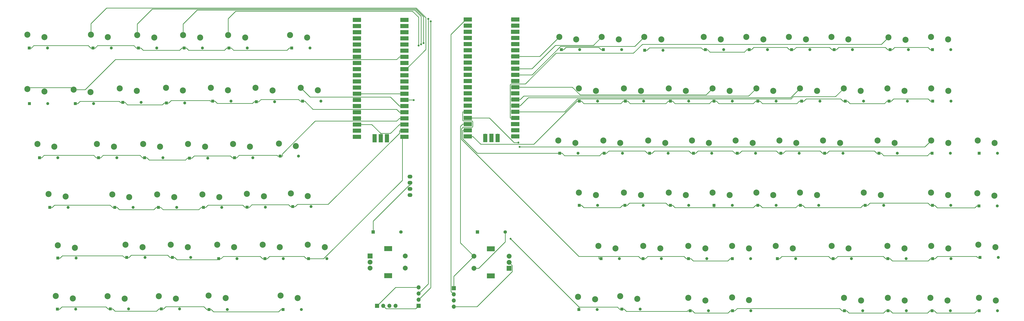
<source format=gbr>
%TF.GenerationSoftware,KiCad,Pcbnew,7.0.10*%
%TF.CreationDate,2025-03-16T20:16:46-04:00*%
%TF.ProjectId,Steno,5374656e-6f2e-46b6-9963-61645f706362,rev?*%
%TF.SameCoordinates,Original*%
%TF.FileFunction,Copper,L1,Top*%
%TF.FilePolarity,Positive*%
%FSLAX46Y46*%
G04 Gerber Fmt 4.6, Leading zero omitted, Abs format (unit mm)*
G04 Created by KiCad (PCBNEW 7.0.10) date 2025-03-16 20:16:46*
%MOMM*%
%LPD*%
G01*
G04 APERTURE LIST*
%TA.AperFunction,ComponentPad*%
%ADD10C,2.500000*%
%TD*%
%TA.AperFunction,ComponentPad*%
%ADD11O,1.700000X1.700000*%
%TD*%
%TA.AperFunction,SMDPad,CuDef*%
%ADD12R,3.500000X1.700000*%
%TD*%
%TA.AperFunction,ComponentPad*%
%ADD13R,1.700000X1.700000*%
%TD*%
%TA.AperFunction,SMDPad,CuDef*%
%ADD14R,1.700000X3.500000*%
%TD*%
%TA.AperFunction,ComponentPad*%
%ADD15R,1.238000X1.238000*%
%TD*%
%TA.AperFunction,ComponentPad*%
%ADD16C,1.238000*%
%TD*%
%TA.AperFunction,ComponentPad*%
%ADD17R,1.397000X1.397000*%
%TD*%
%TA.AperFunction,ComponentPad*%
%ADD18C,1.397000*%
%TD*%
%TA.AperFunction,ComponentPad*%
%ADD19O,2.000000X1.600000*%
%TD*%
%TA.AperFunction,ComponentPad*%
%ADD20R,2.000000X2.000000*%
%TD*%
%TA.AperFunction,ComponentPad*%
%ADD21C,2.000000*%
%TD*%
%TA.AperFunction,ComponentPad*%
%ADD22R,3.200000X2.000000*%
%TD*%
%TA.AperFunction,ViaPad*%
%ADD23C,0.800000*%
%TD*%
%TA.AperFunction,Conductor*%
%ADD24C,0.250000*%
%TD*%
G04 APERTURE END LIST*
D10*
%TO.P,SW22,1,1*%
%TO.N,COL5*%
X146000000Y-258950000D03*
%TO.P,SW22,2,2*%
%TO.N,Net-(D20-A)*%
X153000000Y-260000000D03*
%TD*%
%TO.P,SW59,1,1*%
%TO.N,COL9*%
X316000000Y-257700000D03*
%TO.P,SW59,2,2*%
%TO.N,Net-(D57-A)*%
X323000000Y-258750000D03*
%TD*%
D11*
%TO.P,U1,1,GPIO0*%
%TO.N,TX*%
X179000000Y-207900000D03*
D12*
X178100000Y-207900000D03*
D11*
%TO.P,U1,2,GPIO1*%
%TO.N,RX*%
X179000000Y-210440000D03*
D12*
X178100000Y-210440000D03*
D13*
%TO.P,U1,3,GND*%
%TO.N,GND*%
X179000000Y-212980000D03*
D12*
X178100000Y-212980000D03*
D11*
%TO.P,U1,4,GPIO2*%
%TO.N,unconnected-(U1-GPIO2-Pad4)*%
X179000000Y-215520000D03*
D12*
X178100000Y-215520000D03*
D11*
%TO.P,U1,5,GPIO3*%
%TO.N,unconnected-(U1-GPIO3-Pad5)*%
X179000000Y-218060000D03*
D12*
X178100000Y-218060000D03*
D11*
%TO.P,U1,6,GPIO4*%
%TO.N,SDA*%
X179000000Y-220600000D03*
D12*
X178100000Y-220600000D03*
D11*
%TO.P,U1,7,GPIO5*%
%TO.N,SCL*%
X179000000Y-223140000D03*
D12*
X178100000Y-223140000D03*
D13*
%TO.P,U1,8,GND*%
%TO.N,GND*%
X179000000Y-225680000D03*
D12*
X178100000Y-225680000D03*
D11*
%TO.P,U1,9,GPIO6*%
%TO.N,unconnected-(U1-GPIO6-Pad9)*%
X179000000Y-228220000D03*
D12*
X178100000Y-228220000D03*
D11*
%TO.P,U1,10,GPIO7*%
%TO.N,unconnected-(U1-GPIO7-Pad10)*%
X179000000Y-230760000D03*
D12*
X178100000Y-230760000D03*
D11*
%TO.P,U1,11,GPIO8*%
%TO.N,unconnected-(U1-GPIO8-Pad11)*%
X179000000Y-233300000D03*
D12*
X178100000Y-233300000D03*
D11*
%TO.P,U1,12,GPIO9*%
%TO.N,unconnected-(U1-GPIO9-Pad12)*%
X179000000Y-235840000D03*
D12*
X178100000Y-235840000D03*
D13*
%TO.P,U1,13,GND*%
%TO.N,GND*%
X179000000Y-238380000D03*
D12*
X178100000Y-238380000D03*
D11*
%TO.P,U1,14,GPIO10*%
%TO.N,ROW5*%
X179000000Y-240920000D03*
D12*
X178100000Y-240920000D03*
D11*
%TO.P,U1,15,GPIO11*%
%TO.N,2C*%
X179000000Y-243460000D03*
D12*
X178100000Y-243460000D03*
D11*
%TO.P,U1,16,GPIO12*%
%TO.N,2A*%
X179000000Y-246000000D03*
D12*
X178100000Y-246000000D03*
D11*
%TO.P,U1,17,GPIO13*%
%TO.N,2B*%
X179000000Y-248540000D03*
D12*
X178100000Y-248540000D03*
D13*
%TO.P,U1,18,GND*%
%TO.N,GND*%
X179000000Y-251080000D03*
D12*
X178100000Y-251080000D03*
D11*
%TO.P,U1,19,GPIO14*%
%TO.N,TRACKCL*%
X179000000Y-253620000D03*
D12*
X178100000Y-253620000D03*
D11*
%TO.P,U1,20,GPIO15*%
%TO.N,TRACKD*%
X179000000Y-256160000D03*
D12*
X178100000Y-256160000D03*
D11*
%TO.P,U1,21,GPIO16*%
%TO.N,ROW4*%
X196780000Y-256160000D03*
D12*
X197680000Y-256160000D03*
D11*
%TO.P,U1,22,GPIO17*%
%TO.N,ROW3*%
X196780000Y-253620000D03*
D12*
X197680000Y-253620000D03*
D13*
%TO.P,U1,23,GND*%
%TO.N,GND*%
X196780000Y-251080000D03*
D12*
X197680000Y-251080000D03*
D11*
%TO.P,U1,24,GPIO18*%
%TO.N,ROW2*%
X196780000Y-248540000D03*
D12*
X197680000Y-248540000D03*
D11*
%TO.P,U1,25,GPIO19*%
%TO.N,ROW1*%
X196780000Y-246000000D03*
D12*
X197680000Y-246000000D03*
D11*
%TO.P,U1,26,GPIO20*%
%TO.N,COL5*%
X196780000Y-243460000D03*
D12*
X197680000Y-243460000D03*
D11*
%TO.P,U1,27,GPIO21*%
%TO.N,COL4*%
X196780000Y-240920000D03*
D12*
X197680000Y-240920000D03*
D13*
%TO.P,U1,28,GND*%
%TO.N,GND*%
X196780000Y-238380000D03*
D12*
X197680000Y-238380000D03*
D11*
%TO.P,U1,29,GPIO22*%
%TO.N,COL3*%
X196780000Y-235840000D03*
D12*
X197680000Y-235840000D03*
D11*
%TO.P,U1,30,RUN*%
%TO.N,unconnected-(U1-RUN-Pad30)*%
X196780000Y-233300000D03*
D12*
X197680000Y-233300000D03*
D11*
%TO.P,U1,31,GPIO26_ADC0*%
%TO.N,COL2*%
X196780000Y-230760000D03*
D12*
X197680000Y-230760000D03*
D11*
%TO.P,U1,32,GPIO27_ADC1*%
%TO.N,COL1*%
X196780000Y-228220000D03*
D12*
X197680000Y-228220000D03*
D13*
%TO.P,U1,33,AGND*%
%TO.N,GND*%
X196780000Y-225680000D03*
D12*
X197680000Y-225680000D03*
D11*
%TO.P,U1,34,GPIO28_ADC2*%
%TO.N,COL0*%
X196780000Y-223140000D03*
D12*
X197680000Y-223140000D03*
D11*
%TO.P,U1,35,ADC_VREF*%
%TO.N,unconnected-(U1-ADC_VREF-Pad35)*%
X196780000Y-220600000D03*
D12*
X197680000Y-220600000D03*
D11*
%TO.P,U1,36,3V3*%
%TO.N,+3V3*%
X196780000Y-218060000D03*
D12*
X197680000Y-218060000D03*
D11*
%TO.P,U1,37,3V3_EN*%
%TO.N,unconnected-(U1-3V3_EN-Pad37)*%
X196780000Y-215520000D03*
D12*
X197680000Y-215520000D03*
D13*
%TO.P,U1,38,GND*%
%TO.N,GND*%
X196780000Y-212980000D03*
D12*
X197680000Y-212980000D03*
D11*
%TO.P,U1,39,VSYS*%
%TO.N,unconnected-(U1-VSYS-Pad39)*%
X196780000Y-210440000D03*
D12*
X197680000Y-210440000D03*
D11*
%TO.P,U1,40,VBUS*%
%TO.N,unconnected-(U1-VBUS-Pad40)*%
X196780000Y-207900000D03*
D12*
X197680000Y-207900000D03*
D11*
%TO.P,U1,41,SWCLK*%
%TO.N,unconnected-(U1-SWCLK-Pad41)*%
X185350000Y-255930000D03*
D14*
X185350000Y-256830000D03*
D13*
%TO.P,U1,42,GND*%
%TO.N,GND*%
X187890000Y-255930000D03*
D14*
X187890000Y-256830000D03*
D11*
%TO.P,U1,43,SWDIO*%
%TO.N,unconnected-(U1-SWDIO-Pad43)*%
X190430000Y-255930000D03*
D14*
X190430000Y-256830000D03*
%TD*%
D15*
%TO.P,D72,1,K*%
%TO.N,ROW11*%
X396731500Y-328000000D03*
D16*
%TO.P,D72,2,A*%
%TO.N,Net-(D72-A)*%
X404268500Y-328000000D03*
%TD*%
D15*
%TO.P,D62,1,K*%
%TO.N,ROW7*%
X343131500Y-241500000D03*
D16*
%TO.P,D62,2,A*%
%TO.N,Net-(D62-A)*%
X350668500Y-241500000D03*
%TD*%
D15*
%TO.P,D37,1,K*%
%TO.N,ROW6*%
X262263000Y-220250000D03*
D16*
%TO.P,D37,2,A*%
%TO.N,Net-(D37-A)*%
X269800000Y-220250000D03*
%TD*%
D10*
%TO.P,SW27,1,1*%
%TO.N,COL3*%
X114500000Y-280000000D03*
%TO.P,SW27,2,2*%
%TO.N,Net-(D25-A)*%
X121500000Y-281050000D03*
%TD*%
D15*
%TO.P,D81,1,K*%
%TO.N,ROW8*%
X393031500Y-263000000D03*
D16*
%TO.P,D81,2,A*%
%TO.N,Net-(D81-A)*%
X400568500Y-263000000D03*
%TD*%
D15*
%TO.P,D26,1,K*%
%TO.N,ROW3*%
X132931500Y-285200000D03*
D16*
%TO.P,D26,2,A*%
%TO.N,Net-(D26-A)*%
X140468500Y-285200000D03*
%TD*%
D15*
%TO.P,D58,1,K*%
%TO.N,ROW9*%
X325131500Y-284500000D03*
D16*
%TO.P,D58,2,A*%
%TO.N,Net-(D58-A)*%
X332668500Y-284500000D03*
%TD*%
D15*
%TO.P,D45,1,K*%
%TO.N,ROW8*%
X279900000Y-263000000D03*
D16*
%TO.P,D45,2,A*%
%TO.N,Net-(D45-A)*%
X287437000Y-263000000D03*
%TD*%
D15*
%TO.P,D34,1,K*%
%TO.N,ROW4*%
X158231500Y-306500000D03*
D16*
%TO.P,D34,2,A*%
%TO.N,Net-(D34-A)*%
X165768500Y-306500000D03*
%TD*%
D10*
%TO.P,SW3,1,1*%
%TO.N,COL0*%
X42500000Y-214000000D03*
%TO.P,SW3,2,2*%
%TO.N,Net-(D1-A)*%
X49500000Y-215050000D03*
%TD*%
D15*
%TO.P,D85,1,K*%
%TO.N,ROW6*%
X415031500Y-220250000D03*
D16*
%TO.P,D85,2,A*%
%TO.N,Net-(D85-A)*%
X422568500Y-220250000D03*
%TD*%
D15*
%TO.P,D84,1,K*%
%TO.N,ROW11*%
X434231500Y-328000000D03*
D16*
%TO.P,D84,2,A*%
%TO.N,Net-(D84-A)*%
X441768500Y-328000000D03*
%TD*%
D10*
%TO.P,SW90,1,1*%
%TO.N,COL14*%
X433500000Y-279450000D03*
%TO.P,SW90,2,2*%
%TO.N,Net-(D88-A)*%
X440500000Y-280500000D03*
%TD*%
D15*
%TO.P,D89,1,K*%
%TO.N,ROW10*%
X434531500Y-306000000D03*
D16*
%TO.P,D89,2,A*%
%TO.N,Net-(D89-A)*%
X442068500Y-306000000D03*
%TD*%
D15*
%TO.P,D22,1,K*%
%TO.N,ROW3*%
X51731500Y-285300000D03*
D16*
%TO.P,D22,2,A*%
%TO.N,Net-(D22-A)*%
X59268500Y-285300000D03*
%TD*%
D15*
%TO.P,D17,1,K*%
%TO.N,ROW2*%
X90731500Y-264800000D03*
D16*
%TO.P,D17,2,A*%
%TO.N,Net-(D17-A)*%
X98268500Y-264800000D03*
%TD*%
D15*
%TO.P,D21,1,K*%
%TO.N,ROW5*%
X76631500Y-327250000D03*
D16*
%TO.P,D21,2,A*%
%TO.N,Net-(D21-A)*%
X84168500Y-327250000D03*
%TD*%
D10*
%TO.P,SW8,1,1*%
%TO.N,COL5*%
X150600000Y-214200000D03*
%TO.P,SW8,2,2*%
%TO.N,Net-(D6-A)*%
X157600000Y-215250000D03*
%TD*%
%TO.P,SW91,1,1*%
%TO.N,COL14*%
X433900000Y-300700000D03*
%TO.P,SW91,2,2*%
%TO.N,Net-(D89-A)*%
X440900000Y-301750000D03*
%TD*%
%TO.P,SW57,1,1*%
%TO.N,COL9*%
X320900000Y-214950000D03*
%TO.P,SW57,2,2*%
%TO.N,Net-(D55-A)*%
X327900000Y-216000000D03*
%TD*%
D15*
%TO.P,D52,1,K*%
%TO.N,ROW9*%
X307131500Y-284500000D03*
D16*
%TO.P,D52,2,A*%
%TO.N,Net-(D52-A)*%
X314668500Y-284500000D03*
%TD*%
D17*
%TO.P,R1,1*%
%TO.N,+3V3*%
X184785000Y-295500000D03*
D18*
%TO.P,R1,2*%
%TO.N,2C*%
X196215000Y-295500000D03*
%TD*%
D10*
%TO.P,SW72,1,1*%
%TO.N,COL11*%
X360500000Y-279200000D03*
%TO.P,SW72,2,2*%
%TO.N,Net-(D70-A)*%
X367500000Y-280250000D03*
%TD*%
D17*
%TO.P,R2,1*%
%TO.N,+3V3*%
X227750000Y-295500000D03*
D18*
%TO.P,R2,2*%
%TO.N,1C*%
X239180000Y-295500000D03*
%TD*%
D10*
%TO.P,SW31,1,1*%
%TO.N,COL0*%
X55000000Y-300950000D03*
%TO.P,SW31,2,2*%
%TO.N,Net-(D29-A)*%
X62000000Y-302000000D03*
%TD*%
%TO.P,SW55,1,1*%
%TO.N,COL8*%
X314500000Y-301200000D03*
%TO.P,SW55,2,2*%
%TO.N,Net-(D53-A)*%
X321500000Y-302250000D03*
%TD*%
%TO.P,SW74,1,1*%
%TO.N,COL11*%
X396600000Y-322700000D03*
%TO.P,SW74,2,2*%
%TO.N,Net-(D72-A)*%
X403600000Y-323750000D03*
%TD*%
%TO.P,SW86,1,1*%
%TO.N,COL13*%
X434100000Y-322700000D03*
%TO.P,SW86,2,2*%
%TO.N,Net-(D84-A)*%
X441100000Y-323750000D03*
%TD*%
D15*
%TO.P,D3,1,K*%
%TO.N,ROW0*%
X88231500Y-219500000D03*
D16*
%TO.P,D3,2,A*%
%TO.N,Net-(D3-A)*%
X95768500Y-219500000D03*
%TD*%
D15*
%TO.P,D4,1,K*%
%TO.N,ROW0*%
X107000000Y-219500000D03*
D16*
%TO.P,D4,2,A*%
%TO.N,Net-(D4-A)*%
X114537000Y-219500000D03*
%TD*%
D10*
%TO.P,SW80,1,1*%
%TO.N,COL12*%
X414200000Y-322700000D03*
%TO.P,SW80,2,2*%
%TO.N,Net-(D78-A)*%
X421200000Y-323750000D03*
%TD*%
D15*
%TO.P,D44,1,K*%
%TO.N,ROW7*%
X288631500Y-241500000D03*
D16*
%TO.P,D44,2,A*%
%TO.N,Net-(D44-A)*%
X296168500Y-241500000D03*
%TD*%
D15*
%TO.P,D28,1,K*%
%TO.N,ROW5*%
X97563000Y-327250000D03*
D16*
%TO.P,D28,2,A*%
%TO.N,Net-(D28-A)*%
X105100000Y-327250000D03*
%TD*%
D10*
%TO.P,SW89,1,1*%
%TO.N,COL14*%
X414500000Y-257700000D03*
%TO.P,SW89,2,2*%
%TO.N,Net-(D87-A)*%
X421500000Y-258750000D03*
%TD*%
%TO.P,SW70,1,1*%
%TO.N,COL11*%
X360500000Y-236200000D03*
%TO.P,SW70,2,2*%
%TO.N,Net-(D68-A)*%
X367500000Y-237250000D03*
%TD*%
%TO.P,SW30,1,1*%
%TO.N,COL3*%
X96600000Y-321950000D03*
%TO.P,SW30,2,2*%
%TO.N,Net-(D28-A)*%
X103600000Y-323000000D03*
%TD*%
%TO.P,SW84,1,1*%
%TO.N,COL13*%
X414400000Y-279200000D03*
%TO.P,SW84,2,2*%
%TO.N,Net-(D82-A)*%
X421400000Y-280250000D03*
%TD*%
D15*
%TO.P,D12,1,K*%
%TO.N,ROW1*%
X136731500Y-241730000D03*
D16*
%TO.P,D12,2,A*%
%TO.N,Net-(D12-A)*%
X144268500Y-241730000D03*
%TD*%
D10*
%TO.P,SW37,1,1*%
%TO.N,COL4*%
X117100000Y-321700000D03*
%TO.P,SW37,2,2*%
%TO.N,Net-(D35-A)*%
X124100000Y-322750000D03*
%TD*%
%TO.P,SW64,1,1*%
%TO.N,COL10*%
X342500000Y-236200000D03*
%TO.P,SW64,2,2*%
%TO.N,Net-(D62-A)*%
X349500000Y-237250000D03*
%TD*%
%TO.P,SW75,1,1*%
%TO.N,COL12*%
X373400000Y-214950000D03*
%TO.P,SW75,2,2*%
%TO.N,Net-(D73-A)*%
X380400000Y-216000000D03*
%TD*%
%TO.P,SW15,1,1*%
%TO.N,COL5*%
X155000000Y-235950000D03*
%TO.P,SW15,2,2*%
%TO.N,Net-(D13-A)*%
X162000000Y-237000000D03*
%TD*%
%TO.P,SW53,1,1*%
%TO.N,COL8*%
X298000000Y-257700000D03*
%TO.P,SW53,2,2*%
%TO.N,Net-(D51-A)*%
X305000000Y-258750000D03*
%TD*%
D15*
%TO.P,D73,1,K*%
%TO.N,ROW6*%
X374531500Y-220250000D03*
D16*
%TO.P,D73,2,A*%
%TO.N,Net-(D73-A)*%
X382068500Y-220250000D03*
%TD*%
D15*
%TO.P,D50,1,K*%
%TO.N,ROW7*%
X307131500Y-241500000D03*
D16*
%TO.P,D50,2,A*%
%TO.N,Net-(D50-A)*%
X314668500Y-241500000D03*
%TD*%
D15*
%TO.P,D14,1,K*%
%TO.N,ROW5*%
X54831500Y-327350000D03*
D16*
%TO.P,D14,2,A*%
%TO.N,Net-(D14-A)*%
X62368500Y-327350000D03*
%TD*%
D15*
%TO.P,D47,1,K*%
%TO.N,ROW10*%
X295900000Y-306500000D03*
D16*
%TO.P,D47,2,A*%
%TO.N,Net-(D47-A)*%
X303437000Y-306500000D03*
%TD*%
D15*
%TO.P,D6,1,K*%
%TO.N,ROW0*%
X151231500Y-219500000D03*
D16*
%TO.P,D6,2,A*%
%TO.N,Net-(D6-A)*%
X158768500Y-219500000D03*
%TD*%
D15*
%TO.P,D65,1,K*%
%TO.N,ROW10*%
X351131500Y-306500000D03*
D16*
%TO.P,D65,2,A*%
%TO.N,Net-(D65-A)*%
X358668500Y-306500000D03*
%TD*%
D10*
%TO.P,SW65,1,1*%
%TO.N,COL10*%
X334000000Y-257700000D03*
%TO.P,SW65,2,2*%
%TO.N,Net-(D63-A)*%
X341000000Y-258750000D03*
%TD*%
D15*
%TO.P,D77,1,K*%
%TO.N,ROW10*%
X396631500Y-306500000D03*
D16*
%TO.P,D77,2,A*%
%TO.N,Net-(D77-A)*%
X404168500Y-306500000D03*
%TD*%
D15*
%TO.P,D51,1,K*%
%TO.N,ROW8*%
X298631500Y-263000000D03*
D16*
%TO.P,D51,2,A*%
%TO.N,Net-(D51-A)*%
X306168500Y-263000000D03*
%TD*%
D15*
%TO.P,D20,1,K*%
%TO.N,ROW2*%
X146500000Y-264170000D03*
D16*
%TO.P,D20,2,A*%
%TO.N,Net-(D20-A)*%
X154037000Y-264170000D03*
%TD*%
D15*
%TO.P,D10,1,K*%
%TO.N,ROW1*%
X99731500Y-242190000D03*
D16*
%TO.P,D10,2,A*%
%TO.N,Net-(D10-A)*%
X107268500Y-242190000D03*
%TD*%
D10*
%TO.P,SW40,1,1*%
%TO.N,COL6*%
X269500000Y-236200000D03*
%TO.P,SW40,2,2*%
%TO.N,Net-(D38-A)*%
X276500000Y-237250000D03*
%TD*%
D15*
%TO.P,D90,1,K*%
%TO.N,ROW11*%
X434231500Y-263000000D03*
D16*
%TO.P,D90,2,A*%
%TO.N,Net-(D90-A)*%
X441768500Y-263000000D03*
%TD*%
D10*
%TO.P,SW56,1,1*%
%TO.N,COL8*%
X314500000Y-322700000D03*
%TO.P,SW56,2,2*%
%TO.N,Net-(D54-A)*%
X321500000Y-323750000D03*
%TD*%
D15*
%TO.P,D16,1,K*%
%TO.N,ROW2*%
X71731500Y-264800000D03*
D16*
%TO.P,D16,2,A*%
%TO.N,Net-(D16-A)*%
X79268500Y-264800000D03*
%TD*%
D15*
%TO.P,D18,1,K*%
%TO.N,ROW2*%
X109231500Y-265030000D03*
D16*
%TO.P,D18,2,A*%
%TO.N,Net-(D18-A)*%
X116768500Y-265030000D03*
%TD*%
D10*
%TO.P,SW36,1,1*%
%TO.N,COL5*%
X157868500Y-300700000D03*
%TO.P,SW36,2,2*%
%TO.N,Net-(D34-A)*%
X164868500Y-301750000D03*
%TD*%
%TO.P,SW60,1,1*%
%TO.N,COL9*%
X324500000Y-279200000D03*
%TO.P,SW60,2,2*%
%TO.N,Net-(D58-A)*%
X331500000Y-280250000D03*
%TD*%
D15*
%TO.P,D8,1,K*%
%TO.N,ROW1*%
X62231500Y-242500000D03*
D16*
%TO.P,D8,2,A*%
%TO.N,Net-(D8-A)*%
X69768500Y-242500000D03*
%TD*%
D10*
%TO.P,SW82,1,1*%
%TO.N,COL13*%
X396500000Y-236200000D03*
%TO.P,SW82,2,2*%
%TO.N,Net-(D80-A)*%
X403500000Y-237250000D03*
%TD*%
D15*
%TO.P,D61,1,K*%
%TO.N,ROW6*%
X339531500Y-220250000D03*
D16*
%TO.P,D61,2,A*%
%TO.N,Net-(D61-A)*%
X347068500Y-220250000D03*
%TD*%
D15*
%TO.P,D41,1,K*%
%TO.N,ROW10*%
X278631500Y-306500000D03*
D16*
%TO.P,D41,2,A*%
%TO.N,Net-(D41-A)*%
X286168500Y-306500000D03*
%TD*%
D15*
%TO.P,D76,1,K*%
%TO.N,ROW9*%
X387363000Y-284500000D03*
D16*
%TO.P,D76,2,A*%
%TO.N,Net-(D76-A)*%
X394900000Y-284500000D03*
%TD*%
D15*
%TO.P,D35,1,K*%
%TO.N,ROW5*%
X117231500Y-327500000D03*
D16*
%TO.P,D35,2,A*%
%TO.N,Net-(D35-A)*%
X124768500Y-327500000D03*
%TD*%
D10*
%TO.P,SW79,1,1*%
%TO.N,COL12*%
X396500000Y-301200000D03*
%TO.P,SW79,2,2*%
%TO.N,Net-(D77-A)*%
X403500000Y-302250000D03*
%TD*%
%TO.P,SW87,1,1*%
%TO.N,COL14*%
X414400000Y-214950000D03*
%TO.P,SW87,2,2*%
%TO.N,Net-(D85-A)*%
X421400000Y-216000000D03*
%TD*%
%TO.P,SW19,1,1*%
%TO.N,COL2*%
X90100000Y-259200000D03*
%TO.P,SW19,2,2*%
%TO.N,Net-(D17-A)*%
X97100000Y-260250000D03*
%TD*%
%TO.P,SW9,1,1*%
%TO.N,COL0*%
X42500000Y-236450000D03*
%TO.P,SW9,2,2*%
%TO.N,Net-(D7-A)*%
X49500000Y-237500000D03*
%TD*%
D15*
%TO.P,D79,1,K*%
%TO.N,ROW6*%
X397531500Y-220250000D03*
D16*
%TO.P,D79,2,A*%
%TO.N,Net-(D79-A)*%
X405068500Y-220250000D03*
%TD*%
D10*
%TO.P,SW58,1,1*%
%TO.N,COL9*%
X324500000Y-236200000D03*
%TO.P,SW58,2,2*%
%TO.N,Net-(D56-A)*%
X331500000Y-237250000D03*
%TD*%
%TO.P,SW34,1,1*%
%TO.N,COL3*%
X120600000Y-300700000D03*
%TO.P,SW34,2,2*%
%TO.N,Net-(D32-A)*%
X127600000Y-301750000D03*
%TD*%
D15*
%TO.P,D59,1,K*%
%TO.N,ROW10*%
X332631500Y-306500000D03*
D16*
%TO.P,D59,2,A*%
%TO.N,Net-(D59-A)*%
X340168500Y-306500000D03*
%TD*%
D15*
%TO.P,D5,1,K*%
%TO.N,ROW0*%
X125463000Y-219500000D03*
D16*
%TO.P,D5,2,A*%
%TO.N,Net-(D5-A)*%
X133000000Y-219500000D03*
%TD*%
D15*
%TO.P,D71,1,K*%
%TO.N,ROW10*%
X374131500Y-306500000D03*
D16*
%TO.P,D71,2,A*%
%TO.N,Net-(D71-A)*%
X381668500Y-306500000D03*
%TD*%
D10*
%TO.P,SW52,1,1*%
%TO.N,COL8*%
X306500000Y-236200000D03*
%TO.P,SW52,2,2*%
%TO.N,Net-(D50-A)*%
X313500000Y-237250000D03*
%TD*%
%TO.P,SW66,1,1*%
%TO.N,COL10*%
X342500000Y-279200000D03*
%TO.P,SW66,2,2*%
%TO.N,Net-(D64-A)*%
X349500000Y-280250000D03*
%TD*%
D15*
%TO.P,D67,1,K*%
%TO.N,ROW6*%
X357031500Y-220250000D03*
D16*
%TO.P,D67,2,A*%
%TO.N,Net-(D67-A)*%
X364568500Y-220250000D03*
%TD*%
D10*
%TO.P,SW17,1,1*%
%TO.N,COL0*%
X46600000Y-259200000D03*
%TO.P,SW17,2,2*%
%TO.N,Net-(D15-A)*%
X53600000Y-260250000D03*
%TD*%
D15*
%TO.P,D70,1,K*%
%TO.N,ROW9*%
X360631500Y-284500000D03*
D16*
%TO.P,D70,2,A*%
%TO.N,Net-(D70-A)*%
X368168500Y-284500000D03*
%TD*%
D15*
%TO.P,D63,1,K*%
%TO.N,ROW8*%
X334631500Y-263000000D03*
D16*
%TO.P,D63,2,A*%
%TO.N,Net-(D63-A)*%
X342168500Y-263000000D03*
%TD*%
D15*
%TO.P,D46,1,K*%
%TO.N,ROW9*%
X288400000Y-284500000D03*
D16*
%TO.P,D46,2,A*%
%TO.N,Net-(D46-A)*%
X295937000Y-284500000D03*
%TD*%
D10*
%TO.P,SW21,1,1*%
%TO.N,COL4*%
X127100000Y-259200000D03*
%TO.P,SW21,2,2*%
%TO.N,Net-(D19-A)*%
X134100000Y-260250000D03*
%TD*%
%TO.P,SW73,1,1*%
%TO.N,COL11*%
X373500000Y-301200000D03*
%TO.P,SW73,2,2*%
%TO.N,Net-(D71-A)*%
X380500000Y-302250000D03*
%TD*%
%TO.P,SW11,1,1*%
%TO.N,COL1*%
X80500000Y-236200000D03*
%TO.P,SW11,2,2*%
%TO.N,Net-(D9-A)*%
X87500000Y-237250000D03*
%TD*%
%TO.P,SW45,1,1*%
%TO.N,COL7*%
X278900000Y-214940000D03*
%TO.P,SW45,2,2*%
%TO.N,Net-(D43-A)*%
X285900000Y-215990000D03*
%TD*%
%TO.P,SW42,1,1*%
%TO.N,COL6*%
X269500000Y-279200000D03*
%TO.P,SW42,2,2*%
%TO.N,Net-(D40-A)*%
X276500000Y-280250000D03*
%TD*%
%TO.P,SW51,1,1*%
%TO.N,COL8*%
X296400000Y-214950000D03*
%TO.P,SW51,2,2*%
%TO.N,Net-(D49-A)*%
X303400000Y-216000000D03*
%TD*%
%TO.P,SW41,1,1*%
%TO.N,COL6*%
X261000000Y-257700000D03*
%TO.P,SW41,2,2*%
%TO.N,Net-(D39-A)*%
X268000000Y-258750000D03*
%TD*%
D15*
%TO.P,D9,1,K*%
%TO.N,ROW1*%
X81731500Y-242000000D03*
D16*
%TO.P,D9,2,A*%
%TO.N,Net-(D9-A)*%
X89268500Y-242000000D03*
%TD*%
D10*
%TO.P,SW13,1,1*%
%TO.N,COL3*%
X118000000Y-235950000D03*
%TO.P,SW13,2,2*%
%TO.N,Net-(D11-A)*%
X125000000Y-237000000D03*
%TD*%
D15*
%TO.P,D48,1,K*%
%TO.N,ROW11*%
X287131500Y-327300000D03*
D16*
%TO.P,D48,2,A*%
%TO.N,Net-(D48-A)*%
X294668500Y-327300000D03*
%TD*%
D15*
%TO.P,D54,1,K*%
%TO.N,ROW11*%
X315231500Y-328000000D03*
D16*
%TO.P,D54,2,A*%
%TO.N,Net-(D54-A)*%
X322768500Y-328000000D03*
%TD*%
D10*
%TO.P,SW44,1,1*%
%TO.N,COL6*%
X269137000Y-322200000D03*
%TO.P,SW44,2,2*%
%TO.N,Net-(D42-A)*%
X276137000Y-323250000D03*
%TD*%
%TO.P,SW43,1,1*%
%TO.N,COL6*%
X277500000Y-301200000D03*
%TO.P,SW43,2,2*%
%TO.N,Net-(D41-A)*%
X284500000Y-302250000D03*
%TD*%
%TO.P,SW6,1,1*%
%TO.N,COL3*%
X106600000Y-214200000D03*
%TO.P,SW6,2,2*%
%TO.N,Net-(D4-A)*%
X113600000Y-215250000D03*
%TD*%
%TO.P,SW49,1,1*%
%TO.N,COL7*%
X296000000Y-301200000D03*
%TO.P,SW49,2,2*%
%TO.N,Net-(D47-A)*%
X303000000Y-302250000D03*
%TD*%
D13*
%TO.P,J1,1,Pin_1*%
%TO.N,GND*%
X186420000Y-326000000D03*
D11*
%TO.P,J1,2,Pin_2*%
%TO.N,+3V3*%
X188960000Y-326000000D03*
%TO.P,J1,3,Pin_3*%
%TO.N,TRACKCL*%
X191500000Y-326000000D03*
%TO.P,J1,4,Pin_4*%
%TO.N,TRACKD*%
X194040000Y-326000000D03*
%TD*%
D10*
%TO.P,SW12,1,1*%
%TO.N,COL2*%
X99500000Y-236000000D03*
%TO.P,SW12,2,2*%
%TO.N,Net-(D10-A)*%
X106500000Y-237050000D03*
%TD*%
%TO.P,SW62,1,1*%
%TO.N,COL9*%
X332500000Y-322500000D03*
%TO.P,SW62,2,2*%
%TO.N,Net-(D60-A)*%
X339500000Y-323550000D03*
%TD*%
%TO.P,SW29,1,1*%
%TO.N,COL5*%
X150900000Y-279580000D03*
%TO.P,SW29,2,2*%
%TO.N,Net-(D27-A)*%
X157900000Y-280630000D03*
%TD*%
D19*
%TO.P,Brd1,1,GND*%
%TO.N,GND*%
X199950000Y-272580000D03*
%TO.P,Brd1,2,VCC*%
%TO.N,+3V3*%
X199950000Y-275120000D03*
%TO.P,Brd1,3,SCL*%
%TO.N,SCL*%
X199950000Y-277660000D03*
%TO.P,Brd1,4,SDA*%
%TO.N,SDA*%
X199950000Y-280200000D03*
%TD*%
D15*
%TO.P,D42,1,K*%
%TO.N,ROW11*%
X269500000Y-327500000D03*
D16*
%TO.P,D42,2,A*%
%TO.N,Net-(D42-A)*%
X277037000Y-327500000D03*
%TD*%
D10*
%TO.P,SW83,1,1*%
%TO.N,COL13*%
X392400000Y-257700000D03*
%TO.P,SW83,2,2*%
%TO.N,Net-(D81-A)*%
X399400000Y-258750000D03*
%TD*%
D15*
%TO.P,D83,1,K*%
%TO.N,ROW10*%
X415131500Y-306500000D03*
D16*
%TO.P,D83,2,A*%
%TO.N,Net-(D83-A)*%
X422668500Y-306500000D03*
%TD*%
D10*
%TO.P,SW33,1,1*%
%TO.N,COL2*%
X101500000Y-300700000D03*
%TO.P,SW33,2,2*%
%TO.N,Net-(D31-A)*%
X108500000Y-301750000D03*
%TD*%
%TO.P,SW67,1,1*%
%TO.N,COL10*%
X350500000Y-301200000D03*
%TO.P,SW67,2,2*%
%TO.N,Net-(D65-A)*%
X357500000Y-302250000D03*
%TD*%
%TO.P,SW92,1,1*%
%TO.N,COL14*%
X433600000Y-257700000D03*
%TO.P,SW92,2,2*%
%TO.N,Net-(D90-A)*%
X440600000Y-258750000D03*
%TD*%
%TO.P,SW46,1,1*%
%TO.N,COL7*%
X288000000Y-236200000D03*
%TO.P,SW46,2,2*%
%TO.N,Net-(D44-A)*%
X295000000Y-237250000D03*
%TD*%
D15*
%TO.P,D53,1,K*%
%TO.N,ROW10*%
X314631500Y-306500000D03*
D16*
%TO.P,D53,2,A*%
%TO.N,Net-(D53-A)*%
X322168500Y-306500000D03*
%TD*%
D15*
%TO.P,D86,1,K*%
%TO.N,ROW7*%
X415131500Y-241500000D03*
D16*
%TO.P,D86,2,A*%
%TO.N,Net-(D86-A)*%
X422668500Y-241500000D03*
%TD*%
D15*
%TO.P,D69,1,K*%
%TO.N,ROW8*%
X352631500Y-263000000D03*
D16*
%TO.P,D69,2,A*%
%TO.N,Net-(D69-A)*%
X360168500Y-263000000D03*
%TD*%
D15*
%TO.P,D39,1,K*%
%TO.N,ROW8*%
X261631500Y-263000000D03*
D16*
%TO.P,D39,2,A*%
%TO.N,Net-(D39-A)*%
X269168500Y-263000000D03*
%TD*%
D10*
%TO.P,SW63,1,1*%
%TO.N,COL10*%
X338400000Y-214950000D03*
%TO.P,SW63,2,2*%
%TO.N,Net-(D61-A)*%
X345400000Y-216000000D03*
%TD*%
%TO.P,SW26,1,1*%
%TO.N,COL2*%
X95900000Y-280000000D03*
%TO.P,SW26,2,2*%
%TO.N,Net-(D24-A)*%
X102900000Y-281050000D03*
%TD*%
%TO.P,SW47,1,1*%
%TO.N,COL7*%
X279500000Y-257700000D03*
%TO.P,SW47,2,2*%
%TO.N,Net-(D45-A)*%
X286500000Y-258750000D03*
%TD*%
%TO.P,SW48,1,1*%
%TO.N,COL7*%
X288000000Y-279200000D03*
%TO.P,SW48,2,2*%
%TO.N,Net-(D46-A)*%
X295000000Y-280250000D03*
%TD*%
%TO.P,SW25,1,1*%
%TO.N,COL1*%
X77400000Y-280000000D03*
%TO.P,SW25,2,2*%
%TO.N,Net-(D23-A)*%
X84400000Y-281050000D03*
%TD*%
%TO.P,SW69,1,1*%
%TO.N,COL11*%
X355900000Y-214950000D03*
%TO.P,SW69,2,2*%
%TO.N,Net-(D67-A)*%
X362900000Y-216000000D03*
%TD*%
%TO.P,SW50,1,1*%
%TO.N,COL7*%
X286500000Y-322000000D03*
%TO.P,SW50,2,2*%
%TO.N,Net-(D48-A)*%
X293500000Y-323050000D03*
%TD*%
D15*
%TO.P,D43,1,K*%
%TO.N,ROW6*%
X279531500Y-220250000D03*
D16*
%TO.P,D43,2,A*%
%TO.N,Net-(D43-A)*%
X287068500Y-220250000D03*
%TD*%
D10*
%TO.P,SW24,1,1*%
%TO.N,COL0*%
X51200000Y-279800000D03*
%TO.P,SW24,2,2*%
%TO.N,Net-(D22-A)*%
X58200000Y-280850000D03*
%TD*%
D15*
%TO.P,D7,1,K*%
%TO.N,ROW5*%
X43331500Y-242500000D03*
D16*
%TO.P,D7,2,A*%
%TO.N,Net-(D7-A)*%
X50868500Y-242500000D03*
%TD*%
D15*
%TO.P,D80,1,K*%
%TO.N,ROW7*%
X397131500Y-241500000D03*
D16*
%TO.P,D80,2,A*%
%TO.N,Net-(D80-A)*%
X404668500Y-241500000D03*
%TD*%
D10*
%TO.P,SW54,1,1*%
%TO.N,COL8*%
X306500000Y-279200000D03*
%TO.P,SW54,2,2*%
%TO.N,Net-(D52-A)*%
X313500000Y-280250000D03*
%TD*%
D15*
%TO.P,D55,1,K*%
%TO.N,ROW6*%
X321531500Y-220250000D03*
D16*
%TO.P,D55,2,A*%
%TO.N,Net-(D55-A)*%
X329068500Y-220250000D03*
%TD*%
D20*
%TO.P,SW2,A,A*%
%TO.N,2A*%
X183500000Y-305400000D03*
D21*
%TO.P,SW2,B,B*%
%TO.N,2B*%
X183500000Y-310400000D03*
%TO.P,SW2,C,C*%
%TO.N,+3V3*%
X183500000Y-307900000D03*
D22*
%TO.P,SW2,MP*%
%TO.N,N/C*%
X191000000Y-302300000D03*
X191000000Y-313500000D03*
D21*
%TO.P,SW2,S1,S1*%
%TO.N,GND*%
X198000000Y-310400000D03*
%TO.P,SW2,S2,S2*%
%TO.N,2C*%
X198000000Y-305400000D03*
%TD*%
D13*
%TO.P,J3,1,Pin_1*%
%TO.N,GND*%
X218000000Y-318700000D03*
D11*
%TO.P,J3,2,Pin_2*%
%TO.N,RX*%
X218000000Y-321240000D03*
%TO.P,J3,3,Pin_3*%
%TO.N,TX*%
X218000000Y-323780000D03*
%TO.P,J3,4,Pin_4*%
%TO.N,+3V3*%
X218000000Y-326320000D03*
%TD*%
D15*
%TO.P,D49,1,K*%
%TO.N,ROW6*%
X296556500Y-220460000D03*
D16*
%TO.P,D49,2,A*%
%TO.N,Net-(D49-A)*%
X304093500Y-220460000D03*
%TD*%
D15*
%TO.P,D74,1,K*%
%TO.N,ROW7*%
X379131500Y-241500000D03*
D16*
%TO.P,D74,2,A*%
%TO.N,Net-(D74-A)*%
X386668500Y-241500000D03*
%TD*%
D15*
%TO.P,D19,1,K*%
%TO.N,ROW2*%
X127731500Y-264800000D03*
D16*
%TO.P,D19,2,A*%
%TO.N,Net-(D19-A)*%
X135268500Y-264800000D03*
%TD*%
D15*
%TO.P,D30,1,K*%
%TO.N,ROW4*%
X83363000Y-306000000D03*
D16*
%TO.P,D30,2,A*%
%TO.N,Net-(D30-A)*%
X90900000Y-306000000D03*
%TD*%
D10*
%TO.P,SW5,1,1*%
%TO.N,COL2*%
X87700000Y-214200000D03*
%TO.P,SW5,2,2*%
%TO.N,Net-(D3-A)*%
X94700000Y-215250000D03*
%TD*%
%TO.P,SW77,1,1*%
%TO.N,COL12*%
X370000000Y-257700000D03*
%TO.P,SW77,2,2*%
%TO.N,Net-(D75-A)*%
X377000000Y-258750000D03*
%TD*%
D15*
%TO.P,D27,1,K*%
%TO.N,ROW3*%
X151731500Y-285000000D03*
D16*
%TO.P,D27,2,A*%
%TO.N,Net-(D27-A)*%
X159268500Y-285000000D03*
%TD*%
D10*
%TO.P,SW81,1,1*%
%TO.N,COL13*%
X396900000Y-215100000D03*
%TO.P,SW81,2,2*%
%TO.N,Net-(D79-A)*%
X403900000Y-216150000D03*
%TD*%
D15*
%TO.P,D87,1,K*%
%TO.N,ROW8*%
X414863000Y-263000000D03*
D16*
%TO.P,D87,2,A*%
%TO.N,Net-(D87-A)*%
X422400000Y-263000000D03*
%TD*%
D10*
%TO.P,SW20,1,1*%
%TO.N,COL3*%
X108600000Y-259200000D03*
%TO.P,SW20,2,2*%
%TO.N,Net-(D18-A)*%
X115600000Y-260250000D03*
%TD*%
%TO.P,SW61,1,1*%
%TO.N,COL9*%
X332500000Y-301200000D03*
%TO.P,SW61,2,2*%
%TO.N,Net-(D59-A)*%
X339500000Y-302250000D03*
%TD*%
D20*
%TO.P,SW1,A,A*%
%TO.N,1A*%
X240750000Y-310500000D03*
D21*
%TO.P,SW1,B,B*%
%TO.N,1B*%
X240750000Y-305500000D03*
%TO.P,SW1,C,C*%
%TO.N,+3V3*%
X240750000Y-308000000D03*
D22*
%TO.P,SW1,MP*%
%TO.N,N/C*%
X233250000Y-313600000D03*
X233250000Y-302400000D03*
D21*
%TO.P,SW1,S1,S1*%
%TO.N,GND*%
X226250000Y-305500000D03*
%TO.P,SW1,S2,S2*%
%TO.N,1C*%
X226250000Y-310500000D03*
%TD*%
D10*
%TO.P,SW14,1,1*%
%TO.N,COL4*%
X136400000Y-236000000D03*
%TO.P,SW14,2,2*%
%TO.N,Net-(D12-A)*%
X143400000Y-237050000D03*
%TD*%
D15*
%TO.P,D68,1,K*%
%TO.N,ROW7*%
X361131500Y-241500000D03*
D16*
%TO.P,D68,2,A*%
%TO.N,Net-(D68-A)*%
X368668500Y-241500000D03*
%TD*%
D15*
%TO.P,D15,1,K*%
%TO.N,ROW2*%
X47463000Y-264800000D03*
D16*
%TO.P,D15,2,A*%
%TO.N,Net-(D15-A)*%
X55000000Y-264800000D03*
%TD*%
D15*
%TO.P,D2,1,K*%
%TO.N,ROW0*%
X69463000Y-219500000D03*
D16*
%TO.P,D2,2,A*%
%TO.N,Net-(D2-A)*%
X77000000Y-219500000D03*
%TD*%
D15*
%TO.P,D66,1,K*%
%TO.N,ROW11*%
X378731500Y-328000000D03*
D16*
%TO.P,D66,2,A*%
%TO.N,Net-(D66-A)*%
X386268500Y-328000000D03*
%TD*%
D10*
%TO.P,SW88,1,1*%
%TO.N,COL14*%
X414500000Y-236200000D03*
%TO.P,SW88,2,2*%
%TO.N,Net-(D86-A)*%
X421500000Y-237250000D03*
%TD*%
D15*
%TO.P,D32,1,K*%
%TO.N,ROW4*%
X121231500Y-306500000D03*
D16*
%TO.P,D32,2,A*%
%TO.N,Net-(D32-A)*%
X128768500Y-306500000D03*
%TD*%
D10*
%TO.P,SW68,1,1*%
%TO.N,COL10*%
X378600000Y-322700000D03*
%TO.P,SW68,2,2*%
%TO.N,Net-(D66-A)*%
X385600000Y-323750000D03*
%TD*%
%TO.P,SW18,1,1*%
%TO.N,COL1*%
X71100000Y-259200000D03*
%TO.P,SW18,2,2*%
%TO.N,Net-(D16-A)*%
X78100000Y-260250000D03*
%TD*%
D15*
%TO.P,D23,1,K*%
%TO.N,ROW3*%
X78431500Y-285300000D03*
D16*
%TO.P,D23,2,A*%
%TO.N,Net-(D23-A)*%
X85968500Y-285300000D03*
%TD*%
D10*
%TO.P,SW35,1,1*%
%TO.N,COL4*%
X139368500Y-300700000D03*
%TO.P,SW35,2,2*%
%TO.N,Net-(D33-A)*%
X146368500Y-301750000D03*
%TD*%
D15*
%TO.P,D1,1,K*%
%TO.N,ROW0*%
X43231500Y-219500000D03*
D16*
%TO.P,D1,2,A*%
%TO.N,Net-(D1-A)*%
X50768500Y-219500000D03*
%TD*%
D10*
%TO.P,SW7,1,1*%
%TO.N,COL4*%
X125100000Y-214200000D03*
%TO.P,SW7,2,2*%
%TO.N,Net-(D5-A)*%
X132100000Y-215250000D03*
%TD*%
%TO.P,SW32,1,1*%
%TO.N,COL1*%
X82900000Y-300700000D03*
%TO.P,SW32,2,2*%
%TO.N,Net-(D30-A)*%
X89900000Y-301750000D03*
%TD*%
%TO.P,SW71,1,1*%
%TO.N,COL11*%
X352000000Y-257700000D03*
%TO.P,SW71,2,2*%
%TO.N,Net-(D69-A)*%
X359000000Y-258750000D03*
%TD*%
%TO.P,SW23,1,1*%
%TO.N,COL2*%
X75500000Y-321950000D03*
%TO.P,SW23,2,2*%
%TO.N,Net-(D21-A)*%
X82500000Y-323000000D03*
%TD*%
D11*
%TO.P,U2,1,GPIO0*%
%TO.N,RX*%
X224610000Y-207740000D03*
D12*
X223710000Y-207740000D03*
D11*
%TO.P,U2,2,GPIO1*%
%TO.N,TX*%
X224610000Y-210280000D03*
D12*
X223710000Y-210280000D03*
D13*
%TO.P,U2,3,GND*%
%TO.N,GND*%
X224610000Y-212820000D03*
D12*
X223710000Y-212820000D03*
D11*
%TO.P,U2,4,GPIO2*%
%TO.N,unconnected-(U2-GPIO2-Pad4)*%
X224610000Y-215360000D03*
D12*
X223710000Y-215360000D03*
D11*
%TO.P,U2,5,GPIO3*%
%TO.N,unconnected-(U2-GPIO3-Pad5)*%
X224610000Y-217900000D03*
D12*
X223710000Y-217900000D03*
D11*
%TO.P,U2,6,GPIO4*%
%TO.N,unconnected-(U2-GPIO4-Pad6)*%
X224610000Y-220440000D03*
D12*
X223710000Y-220440000D03*
D11*
%TO.P,U2,7,GPIO5*%
%TO.N,unconnected-(U2-GPIO5-Pad7)*%
X224610000Y-222980000D03*
D12*
X223710000Y-222980000D03*
D13*
%TO.P,U2,8,GND*%
%TO.N,GND*%
X224610000Y-225520000D03*
D12*
X223710000Y-225520000D03*
D11*
%TO.P,U2,9,GPIO6*%
%TO.N,unconnected-(U2-GPIO6-Pad9)*%
X224610000Y-228060000D03*
D12*
X223710000Y-228060000D03*
D11*
%TO.P,U2,10,GPIO7*%
%TO.N,1A*%
X224610000Y-230600000D03*
D12*
X223710000Y-230600000D03*
D11*
%TO.P,U2,11,GPIO8*%
%TO.N,1B*%
X224610000Y-233140000D03*
D12*
X223710000Y-233140000D03*
D11*
%TO.P,U2,12,GPIO9*%
%TO.N,1C*%
X224610000Y-235680000D03*
D12*
X223710000Y-235680000D03*
D13*
%TO.P,U2,13,GND*%
%TO.N,GND*%
X224610000Y-238220000D03*
D12*
X223710000Y-238220000D03*
D11*
%TO.P,U2,14,GPIO10*%
%TO.N,unconnected-(U2-GPIO10-Pad14)*%
X224610000Y-240760000D03*
D12*
X223710000Y-240760000D03*
D11*
%TO.P,U2,15,GPIO11*%
%TO.N,ROW11*%
X224610000Y-243300000D03*
D12*
X223710000Y-243300000D03*
D11*
%TO.P,U2,16,GPIO12*%
%TO.N,ROW10*%
X224610000Y-245840000D03*
D12*
X223710000Y-245840000D03*
D11*
%TO.P,U2,17,GPIO13*%
%TO.N,ROW9*%
X224610000Y-248380000D03*
D12*
X223710000Y-248380000D03*
D13*
%TO.P,U2,18,GND*%
%TO.N,GND*%
X224610000Y-250920000D03*
D12*
X223710000Y-250920000D03*
D11*
%TO.P,U2,19,GPIO14*%
%TO.N,ROW8*%
X224610000Y-253460000D03*
D12*
X223710000Y-253460000D03*
D11*
%TO.P,U2,20,GPIO15*%
%TO.N,ROW7*%
X224610000Y-256000000D03*
D12*
X223710000Y-256000000D03*
D11*
%TO.P,U2,21,GPIO16*%
%TO.N,ROW6*%
X242390000Y-256000000D03*
D12*
X243290000Y-256000000D03*
D11*
%TO.P,U2,22,GPIO17*%
%TO.N,COL14*%
X242390000Y-253460000D03*
D12*
X243290000Y-253460000D03*
D13*
%TO.P,U2,23,GND*%
%TO.N,GND*%
X242390000Y-250920000D03*
D12*
X243290000Y-250920000D03*
D11*
%TO.P,U2,24,GPIO18*%
%TO.N,COL13*%
X242390000Y-248380000D03*
D12*
X243290000Y-248380000D03*
D11*
%TO.P,U2,25,GPIO19*%
%TO.N,COL12*%
X242390000Y-245840000D03*
D12*
X243290000Y-245840000D03*
D11*
%TO.P,U2,26,GPIO20*%
%TO.N,COL11*%
X242390000Y-243300000D03*
D12*
X243290000Y-243300000D03*
D11*
%TO.P,U2,27,GPIO21*%
%TO.N,COL10*%
X242390000Y-240760000D03*
D12*
X243290000Y-240760000D03*
D13*
%TO.P,U2,28,GND*%
%TO.N,GND*%
X242390000Y-238220000D03*
D12*
X243290000Y-238220000D03*
D11*
%TO.P,U2,29,GPIO22*%
%TO.N,COL9*%
X242390000Y-235680000D03*
D12*
X243290000Y-235680000D03*
D11*
%TO.P,U2,30,RUN*%
%TO.N,unconnected-(U2-RUN-Pad30)*%
X242390000Y-233140000D03*
D12*
X243290000Y-233140000D03*
D11*
%TO.P,U2,31,GPIO26_ADC0*%
%TO.N,COL8*%
X242390000Y-230600000D03*
D12*
X243290000Y-230600000D03*
D11*
%TO.P,U2,32,GPIO27_ADC1*%
%TO.N,COL7*%
X242390000Y-228060000D03*
D12*
X243290000Y-228060000D03*
D13*
%TO.P,U2,33,AGND*%
%TO.N,GND*%
X242390000Y-225520000D03*
D12*
X243290000Y-225520000D03*
D11*
%TO.P,U2,34,GPIO28_ADC2*%
%TO.N,COL6*%
X242390000Y-222980000D03*
D12*
X243290000Y-222980000D03*
D11*
%TO.P,U2,35,ADC_VREF*%
%TO.N,unconnected-(U2-ADC_VREF-Pad35)*%
X242390000Y-220440000D03*
D12*
X243290000Y-220440000D03*
D11*
%TO.P,U2,36,3V3*%
%TO.N,+3V3*%
X242390000Y-217900000D03*
D12*
X243290000Y-217900000D03*
D11*
%TO.P,U2,37,3V3_EN*%
%TO.N,unconnected-(U2-3V3_EN-Pad37)*%
X242390000Y-215360000D03*
D12*
X243290000Y-215360000D03*
D13*
%TO.P,U2,38,GND*%
%TO.N,GND*%
X242390000Y-212820000D03*
D12*
X243290000Y-212820000D03*
D11*
%TO.P,U2,39,VSYS*%
%TO.N,unconnected-(U2-VSYS-Pad39)*%
X242390000Y-210280000D03*
D12*
X243290000Y-210280000D03*
D11*
%TO.P,U2,40,VBUS*%
%TO.N,unconnected-(U2-VBUS-Pad40)*%
X242390000Y-207740000D03*
D12*
X243290000Y-207740000D03*
D11*
%TO.P,U2,41,SWCLK*%
%TO.N,unconnected-(U2-SWCLK-Pad41)*%
X230960000Y-255770000D03*
D14*
X230960000Y-256670000D03*
D13*
%TO.P,U2,42,GND*%
%TO.N,GND*%
X233500000Y-255770000D03*
D14*
X233500000Y-256670000D03*
D11*
%TO.P,U2,43,SWDIO*%
%TO.N,unconnected-(U2-SWDIO-Pad43)*%
X236040000Y-255770000D03*
D14*
X236040000Y-256670000D03*
%TD*%
D15*
%TO.P,D57,1,K*%
%TO.N,ROW8*%
X316631500Y-263000000D03*
D16*
%TO.P,D57,2,A*%
%TO.N,Net-(D57-A)*%
X324168500Y-263000000D03*
%TD*%
D15*
%TO.P,D31,1,K*%
%TO.N,ROW4*%
X102131500Y-306000000D03*
D16*
%TO.P,D31,2,A*%
%TO.N,Net-(D31-A)*%
X109668500Y-306000000D03*
%TD*%
D15*
%TO.P,D40,1,K*%
%TO.N,ROW9*%
X269631500Y-284500000D03*
D16*
%TO.P,D40,2,A*%
%TO.N,Net-(D40-A)*%
X277168500Y-284500000D03*
%TD*%
D15*
%TO.P,D11,1,K*%
%TO.N,ROW1*%
X118731500Y-241460000D03*
D16*
%TO.P,D11,2,A*%
%TO.N,Net-(D11-A)*%
X126268500Y-241460000D03*
%TD*%
D15*
%TO.P,D24,1,K*%
%TO.N,ROW3*%
X96431500Y-285300000D03*
D16*
%TO.P,D24,2,A*%
%TO.N,Net-(D24-A)*%
X103968500Y-285300000D03*
%TD*%
D15*
%TO.P,D36,1,K*%
%TO.N,ROW5*%
X147731500Y-327500000D03*
D16*
%TO.P,D36,2,A*%
%TO.N,Net-(D36-A)*%
X155268500Y-327500000D03*
%TD*%
D15*
%TO.P,D82,1,K*%
%TO.N,ROW9*%
X415031500Y-284500000D03*
D16*
%TO.P,D82,2,A*%
%TO.N,Net-(D82-A)*%
X422568500Y-284500000D03*
%TD*%
D10*
%TO.P,SW28,1,1*%
%TO.N,COL4*%
X132800000Y-279700000D03*
%TO.P,SW28,2,2*%
%TO.N,Net-(D26-A)*%
X139800000Y-280750000D03*
%TD*%
%TO.P,SW38,1,1*%
%TO.N,COL5*%
X146700000Y-321700000D03*
%TO.P,SW38,2,2*%
%TO.N,Net-(D36-A)*%
X153700000Y-322750000D03*
%TD*%
D15*
%TO.P,D64,1,K*%
%TO.N,ROW9*%
X343131500Y-284500000D03*
D16*
%TO.P,D64,2,A*%
%TO.N,Net-(D64-A)*%
X350668500Y-284500000D03*
%TD*%
D15*
%TO.P,D38,1,K*%
%TO.N,ROW7*%
X269631500Y-241500000D03*
D16*
%TO.P,D38,2,A*%
%TO.N,Net-(D38-A)*%
X277168500Y-241500000D03*
%TD*%
D13*
%TO.P,J2,1,Pin_1*%
%TO.N,+3V3*%
X203500000Y-326000000D03*
D11*
%TO.P,J2,2,Pin_2*%
%TO.N,TX*%
X203500000Y-323460000D03*
%TO.P,J2,3,Pin_3*%
%TO.N,RX*%
X203500000Y-320920000D03*
%TO.P,J2,4,Pin_4*%
%TO.N,GND*%
X203500000Y-318380000D03*
%TD*%
D15*
%TO.P,D13,1,K*%
%TO.N,ROW1*%
X155731500Y-241500000D03*
D16*
%TO.P,D13,2,A*%
%TO.N,Net-(D13-A)*%
X163268500Y-241500000D03*
%TD*%
D10*
%TO.P,SW16,1,1*%
%TO.N,COL1*%
X54200000Y-321900000D03*
%TO.P,SW16,2,2*%
%TO.N,Net-(D14-A)*%
X61200000Y-322950000D03*
%TD*%
%TO.P,SW4,1,1*%
%TO.N,COL1*%
X68600000Y-214000000D03*
%TO.P,SW4,2,2*%
%TO.N,Net-(D2-A)*%
X75600000Y-215050000D03*
%TD*%
%TO.P,SW85,1,1*%
%TO.N,COL13*%
X414500000Y-301200000D03*
%TO.P,SW85,2,2*%
%TO.N,Net-(D83-A)*%
X421500000Y-302250000D03*
%TD*%
D15*
%TO.P,D78,1,K*%
%TO.N,ROW11*%
X414831500Y-328000000D03*
D16*
%TO.P,D78,2,A*%
%TO.N,Net-(D78-A)*%
X422368500Y-328000000D03*
%TD*%
D15*
%TO.P,D56,1,K*%
%TO.N,ROW7*%
X325131500Y-241500000D03*
D16*
%TO.P,D56,2,A*%
%TO.N,Net-(D56-A)*%
X332668500Y-241500000D03*
%TD*%
D15*
%TO.P,D29,1,K*%
%TO.N,ROW4*%
X54963000Y-306250000D03*
D16*
%TO.P,D29,2,A*%
%TO.N,Net-(D29-A)*%
X62500000Y-306250000D03*
%TD*%
D15*
%TO.P,D60,1,K*%
%TO.N,ROW11*%
X332731500Y-328000000D03*
D16*
%TO.P,D60,2,A*%
%TO.N,Net-(D60-A)*%
X340268500Y-328000000D03*
%TD*%
D15*
%TO.P,D25,1,K*%
%TO.N,ROW3*%
X114931500Y-285300000D03*
D16*
%TO.P,D25,2,A*%
%TO.N,Net-(D25-A)*%
X122468500Y-285300000D03*
%TD*%
D15*
%TO.P,D75,1,K*%
%TO.N,ROW8*%
X370631500Y-263000000D03*
D16*
%TO.P,D75,2,A*%
%TO.N,Net-(D75-A)*%
X378168500Y-263000000D03*
%TD*%
D15*
%TO.P,D33,1,K*%
%TO.N,ROW4*%
X140231500Y-306500000D03*
D16*
%TO.P,D33,2,A*%
%TO.N,Net-(D33-A)*%
X147768500Y-306500000D03*
%TD*%
D10*
%TO.P,SW78,1,1*%
%TO.N,COL12*%
X386731500Y-279200000D03*
%TO.P,SW78,2,2*%
%TO.N,Net-(D76-A)*%
X393731500Y-280250000D03*
%TD*%
%TO.P,SW39,1,1*%
%TO.N,COL6*%
X261400000Y-214950000D03*
%TO.P,SW39,2,2*%
%TO.N,Net-(D37-A)*%
X268400000Y-216000000D03*
%TD*%
D15*
%TO.P,D88,1,K*%
%TO.N,ROW9*%
X434131500Y-284750000D03*
D16*
%TO.P,D88,2,A*%
%TO.N,Net-(D88-A)*%
X441668500Y-284750000D03*
%TD*%
D10*
%TO.P,SW10,1,1*%
%TO.N,COL0*%
X61500000Y-236700000D03*
%TO.P,SW10,2,2*%
%TO.N,Net-(D8-A)*%
X68500000Y-237750000D03*
%TD*%
%TO.P,SW76,1,1*%
%TO.N,COL12*%
X378500000Y-236200000D03*
%TO.P,SW76,2,2*%
%TO.N,Net-(D74-A)*%
X385500000Y-237250000D03*
%TD*%
D23*
%TO.N,ROW9*%
X244612400Y-258535000D03*
%TO.N,ROW11*%
X241385900Y-298293500D03*
%TO.N,COL2*%
X205500000Y-217500000D03*
%TO.N,COL3*%
X204500000Y-218000000D03*
%TO.N,COL4*%
X201500000Y-241000000D03*
X203500000Y-218500000D03*
%TO.N,COL14*%
X245059800Y-260354900D03*
%TO.N,TX*%
X208500000Y-208500000D03*
%TO.N,RX*%
X207500000Y-207500000D03*
%TD*%
D24*
%TO.N,+3V3*%
X203500000Y-326000000D02*
X202325000Y-327175000D01*
X199527400Y-276246900D02*
X184785000Y-290989300D01*
X202325000Y-327175000D02*
X190135000Y-327175000D01*
X227580000Y-326320000D02*
X242075000Y-311825000D01*
X242075000Y-309325000D02*
X240750000Y-308000000D01*
X199950000Y-276246900D02*
X199527400Y-276246900D01*
X190135000Y-327175000D02*
X188960000Y-326000000D01*
X218000000Y-326320000D02*
X227580000Y-326320000D01*
X199950000Y-275120000D02*
X199950000Y-276246900D01*
X184785000Y-290989300D02*
X184785000Y-295500000D01*
X242075000Y-311825000D02*
X242075000Y-309325000D01*
%TO.N,ROW0*%
X69463000Y-219500000D02*
X68517100Y-219500000D01*
X67571200Y-218554100D02*
X68517100Y-219500000D01*
X125463000Y-219500000D02*
X126408900Y-219500000D01*
X45123300Y-218554100D02*
X67571200Y-218554100D01*
X106054100Y-219500000D02*
X105108200Y-220445900D01*
X69463000Y-219500000D02*
X70408900Y-219500000D01*
X88231500Y-219500000D02*
X89177400Y-219500000D01*
X43231500Y-219500000D02*
X44177400Y-219500000D01*
X123571200Y-220445900D02*
X124517100Y-219500000D01*
X151231500Y-219500000D02*
X150285600Y-219500000D01*
X87285600Y-219500000D02*
X86339700Y-218554100D01*
X127354800Y-220445900D02*
X149339700Y-220445900D01*
X107473000Y-219500000D02*
X107000000Y-219500000D01*
X107945900Y-219500000D02*
X108891800Y-220445900D01*
X124990100Y-219500000D02*
X124517100Y-219500000D01*
X107000000Y-219500000D02*
X106054100Y-219500000D01*
X105108200Y-220445900D02*
X90123300Y-220445900D01*
X107473000Y-219500000D02*
X107945900Y-219500000D01*
X86339700Y-218554100D02*
X71354800Y-218554100D01*
X90123300Y-220445900D02*
X89177400Y-219500000D01*
X71354800Y-218554100D02*
X70408900Y-219500000D01*
X126408900Y-219500000D02*
X127354800Y-220445900D01*
X149339700Y-220445900D02*
X150285600Y-219500000D01*
X88231500Y-219500000D02*
X87285600Y-219500000D01*
X108891800Y-220445900D02*
X123571200Y-220445900D01*
X44177400Y-219500000D02*
X45123300Y-218554100D01*
X124990100Y-219500000D02*
X125463000Y-219500000D01*
%TO.N,ROW5*%
X145839700Y-328445900D02*
X119123300Y-328445900D01*
X99454800Y-326304100D02*
X98508900Y-327250000D01*
X74839700Y-326404100D02*
X56723300Y-326404100D01*
X117231500Y-327500000D02*
X116285600Y-327500000D01*
X77577400Y-327250000D02*
X78523300Y-328195900D01*
X115089700Y-326304100D02*
X99454800Y-326304100D01*
X119123300Y-328445900D02*
X118177400Y-327500000D01*
X146785600Y-327500000D02*
X145839700Y-328445900D01*
X76631500Y-327250000D02*
X75685600Y-327250000D01*
X97563000Y-327250000D02*
X96617100Y-327250000D01*
X54831500Y-327350000D02*
X55777400Y-327350000D01*
X77104500Y-327250000D02*
X77577400Y-327250000D01*
X77104500Y-327250000D02*
X76631500Y-327250000D01*
X116285600Y-327500000D02*
X115089700Y-326304100D01*
X78523300Y-328195900D02*
X95671200Y-328195900D01*
X147731500Y-327500000D02*
X146785600Y-327500000D01*
X56723300Y-326404100D02*
X55777400Y-327350000D01*
X97563000Y-327250000D02*
X98508900Y-327250000D01*
X117231500Y-327500000D02*
X118177400Y-327500000D01*
X75685600Y-327250000D02*
X74839700Y-326404100D01*
X95671200Y-328195900D02*
X96617100Y-327250000D01*
%TO.N,ROW1*%
X117785600Y-241460000D02*
X117569700Y-241244100D01*
X119204500Y-241460000D02*
X119677400Y-241460000D01*
X81731500Y-242000000D02*
X82677400Y-242000000D01*
X154064400Y-240778800D02*
X154785600Y-241500000D01*
X83627700Y-242950300D02*
X98025300Y-242950300D01*
X99731500Y-242190000D02*
X98785600Y-242190000D01*
X136258600Y-241730000D02*
X135785600Y-241730000D01*
X155731500Y-241500000D02*
X154785600Y-241500000D01*
X194426200Y-244823100D02*
X160000500Y-244823100D01*
X81731500Y-242000000D02*
X80785600Y-242000000D01*
X118731500Y-241460000D02*
X117785600Y-241460000D01*
X101623300Y-241244100D02*
X100677400Y-242190000D01*
X98025300Y-242950300D02*
X98785600Y-242190000D01*
X117569700Y-241244100D02*
X101623300Y-241244100D01*
X119204500Y-241460000D02*
X118731500Y-241460000D01*
X136731500Y-241730000D02*
X137677400Y-241730000D01*
X63177400Y-242500000D02*
X64166100Y-241511300D01*
X136258600Y-241730000D02*
X136731500Y-241730000D01*
X135109700Y-242405900D02*
X120623300Y-242405900D01*
X155731500Y-241500000D02*
X156677400Y-241500000D01*
X62231500Y-242500000D02*
X63177400Y-242500000D01*
X99731500Y-242190000D02*
X100677400Y-242190000D01*
X195603100Y-246000000D02*
X194426200Y-244823100D01*
X64166100Y-241511300D02*
X80296900Y-241511300D01*
X196780000Y-246000000D02*
X195603100Y-246000000D01*
X138628600Y-240778800D02*
X154064400Y-240778800D01*
X120623300Y-242405900D02*
X119677400Y-241460000D01*
X135785600Y-241730000D02*
X135109700Y-242405900D01*
X137677400Y-241730000D02*
X138628600Y-240778800D01*
X80296900Y-241511300D02*
X80785600Y-242000000D01*
X82677400Y-242000000D02*
X83627700Y-242950300D01*
X160000500Y-244823100D02*
X156677400Y-241500000D01*
%TO.N,ROW2*%
X145554100Y-264170000D02*
X145238200Y-263854100D01*
X196780000Y-248540000D02*
X195603100Y-248540000D01*
X108758600Y-265030000D02*
X109231500Y-265030000D01*
X146973000Y-264170000D02*
X147445900Y-264170000D01*
X110177400Y-265030000D02*
X111177400Y-264030000D01*
X49354800Y-263854100D02*
X48408900Y-264800000D01*
X88839700Y-263854100D02*
X89785600Y-264800000D01*
X126015600Y-264030000D02*
X126785600Y-264800000D01*
X127731500Y-264800000D02*
X128677400Y-264800000D01*
X195603100Y-248540000D02*
X194426200Y-249716900D01*
X91677400Y-264800000D02*
X92635000Y-265757600D01*
X107558000Y-265757600D02*
X108285600Y-265030000D01*
X146500000Y-264170000D02*
X145554100Y-264170000D01*
X47463000Y-264800000D02*
X48408900Y-264800000D01*
X146973000Y-264170000D02*
X146500000Y-264170000D01*
X69839700Y-263854100D02*
X49354800Y-263854100D01*
X90731500Y-264800000D02*
X89785600Y-264800000D01*
X145238200Y-263854100D02*
X129623300Y-263854100D01*
X90731500Y-264800000D02*
X91677400Y-264800000D01*
X111177400Y-264030000D02*
X126015600Y-264030000D01*
X72204500Y-264800000D02*
X71731500Y-264800000D01*
X92635000Y-265757600D02*
X107558000Y-265757600D01*
X129623300Y-263854100D02*
X128677400Y-264800000D01*
X70785600Y-264800000D02*
X69839700Y-263854100D01*
X72677400Y-264800000D02*
X73623300Y-263854100D01*
X127731500Y-264800000D02*
X126785600Y-264800000D01*
X160953100Y-249716900D02*
X147445900Y-263224100D01*
X73623300Y-263854100D02*
X88839700Y-263854100D01*
X194426200Y-249716900D02*
X160953100Y-249716900D01*
X72204500Y-264800000D02*
X72677400Y-264800000D01*
X108758600Y-265030000D02*
X108285600Y-265030000D01*
X147445900Y-263224100D02*
X147445900Y-264170000D01*
X109231500Y-265030000D02*
X110177400Y-265030000D01*
X71731500Y-264800000D02*
X70785600Y-264800000D01*
%TO.N,GND*%
X184215400Y-251080000D02*
X179000000Y-251080000D01*
X221633100Y-250920000D02*
X220682800Y-251870300D01*
X220682800Y-299932800D02*
X226250000Y-305500000D01*
X187890000Y-254754600D02*
X184215400Y-251080000D01*
X224610000Y-250920000D02*
X221633100Y-250920000D01*
X194040000Y-318380000D02*
X186420000Y-326000000D01*
X187890000Y-255930000D02*
X187890000Y-254866500D01*
X196780000Y-251080000D02*
X195603100Y-251080000D01*
X218000000Y-313750000D02*
X226250000Y-305500000D01*
X220682800Y-251870300D02*
X220682800Y-299932800D01*
X203500000Y-318380000D02*
X194040000Y-318380000D01*
X187890000Y-254866500D02*
X187890000Y-254754600D01*
X218000000Y-318700000D02*
X218000000Y-313750000D01*
X196780000Y-238380000D02*
X179000000Y-238380000D01*
X187890000Y-254753100D02*
X191930000Y-254753100D01*
X191930000Y-254753100D02*
X195603100Y-251080000D01*
X187890000Y-254754600D02*
X187890000Y-254753100D01*
%TO.N,ROW3*%
X53623300Y-284354100D02*
X76539700Y-284354100D01*
X76539700Y-284354100D02*
X77485600Y-285300000D01*
X113039700Y-286245900D02*
X113985600Y-285300000D01*
X116823600Y-284353800D02*
X131139400Y-284353800D01*
X96904500Y-285300000D02*
X97377400Y-285300000D01*
X132931500Y-285200000D02*
X133877400Y-285200000D01*
X114931500Y-285300000D02*
X115877400Y-285300000D01*
X166272300Y-284054100D02*
X153623300Y-284054100D01*
X151731500Y-285000000D02*
X150785600Y-285000000D01*
X153623300Y-284054100D02*
X152677400Y-285000000D01*
X52677400Y-285300000D02*
X53623300Y-284354100D01*
X133877400Y-285200000D02*
X134854600Y-284222800D01*
X195603100Y-254723300D02*
X166272300Y-284054100D01*
X78431500Y-285300000D02*
X77485600Y-285300000D01*
X150008400Y-284222800D02*
X150785600Y-285000000D01*
X80323300Y-286245900D02*
X79377400Y-285300000D01*
X78431500Y-285300000D02*
X79377400Y-285300000D01*
X94539700Y-286245900D02*
X80323300Y-286245900D01*
X98323300Y-286245900D02*
X113039700Y-286245900D01*
X96904500Y-285300000D02*
X96431500Y-285300000D01*
X132458600Y-285200000D02*
X132931500Y-285200000D01*
X114931500Y-285300000D02*
X113985600Y-285300000D01*
X97377400Y-285300000D02*
X98323300Y-286245900D01*
X132458600Y-285200000D02*
X131985600Y-285200000D01*
X195603100Y-253620000D02*
X195603100Y-254723300D01*
X151731500Y-285000000D02*
X152677400Y-285000000D01*
X134854600Y-284222800D02*
X150008400Y-284222800D01*
X196780000Y-253620000D02*
X195603100Y-253620000D01*
X131139400Y-284353800D02*
X131985600Y-285200000D01*
X51731500Y-285300000D02*
X52677400Y-285300000D01*
X115877400Y-285300000D02*
X116823600Y-284353800D01*
X96431500Y-285300000D02*
X95485600Y-285300000D01*
X95485600Y-285300000D02*
X94539700Y-286245900D01*
%TO.N,ROW4*%
X56893400Y-305265500D02*
X81682600Y-305265500D01*
X85254800Y-305054100D02*
X100239700Y-305054100D01*
X196780000Y-274153482D02*
X196780000Y-256160000D01*
X100239700Y-305054100D02*
X101185600Y-306000000D01*
X138339700Y-305554100D02*
X139285600Y-306500000D01*
X122177400Y-306500000D02*
X123123300Y-305554100D01*
X104023300Y-306945900D02*
X103077400Y-306000000D01*
X121258600Y-306945900D02*
X104023300Y-306945900D01*
X158231500Y-306500000D02*
X157285600Y-306500000D01*
X121704500Y-306500000D02*
X122177400Y-306500000D01*
X83363000Y-306000000D02*
X84308900Y-306000000D01*
X55908900Y-306250000D02*
X56893400Y-305265500D01*
X83363000Y-306000000D02*
X82417100Y-306000000D01*
X156339700Y-305554100D02*
X157285600Y-306500000D01*
X164433482Y-306500000D02*
X196780000Y-274153482D01*
X141177400Y-306500000D02*
X142123300Y-305554100D01*
X102131500Y-306000000D02*
X103077400Y-306000000D01*
X158231500Y-306500000D02*
X164433482Y-306500000D01*
X84308900Y-306000000D02*
X85254800Y-305054100D01*
X121231500Y-306500000D02*
X121704500Y-306500000D01*
X102131500Y-306000000D02*
X101185600Y-306000000D01*
X140231500Y-306500000D02*
X141177400Y-306500000D01*
X123123300Y-305554100D02*
X138339700Y-305554100D01*
X140231500Y-306500000D02*
X139285600Y-306500000D01*
X81682600Y-305265500D02*
X82417100Y-306000000D01*
X142123300Y-305554100D02*
X156339700Y-305554100D01*
X54963000Y-306250000D02*
X55908900Y-306250000D01*
X121704500Y-306500000D02*
X121258600Y-306945900D01*
%TO.N,ROW6*%
X372639700Y-219304100D02*
X373585600Y-220250000D01*
X319788600Y-219453000D02*
X320585600Y-220250000D01*
X339531500Y-220250000D02*
X340477400Y-220250000D01*
X399423300Y-219304100D02*
X413139700Y-219304100D01*
X376423300Y-219304100D02*
X395639700Y-219304100D01*
X264154800Y-219304100D02*
X277639700Y-219304100D01*
X341423300Y-219304100D02*
X340477400Y-220250000D01*
X357977400Y-220250000D02*
X358923300Y-219304100D01*
X356558600Y-220250000D02*
X356085600Y-220250000D01*
X395639700Y-219304100D02*
X396585600Y-220250000D01*
X374531500Y-220250000D02*
X375477400Y-220250000D01*
X413139700Y-219304100D02*
X414085600Y-220250000D01*
X321531500Y-220250000D02*
X320585600Y-220250000D01*
X398477400Y-220250000D02*
X399423300Y-219304100D01*
X279531500Y-220250000D02*
X278585600Y-220250000D01*
X321531500Y-220250000D02*
X322477400Y-220250000D01*
X298509400Y-219453000D02*
X319788600Y-219453000D01*
X339531500Y-220250000D02*
X338585600Y-220250000D01*
X415031500Y-220250000D02*
X414085600Y-220250000D01*
X356085600Y-220250000D02*
X355139700Y-219304100D01*
X358923300Y-219304100D02*
X372639700Y-219304100D01*
X375477400Y-220250000D02*
X376423300Y-219304100D01*
X277639700Y-219304100D02*
X278585600Y-220250000D01*
X323423300Y-221195900D02*
X337639700Y-221195900D01*
X322477400Y-220250000D02*
X323423300Y-221195900D01*
X262263000Y-220250000D02*
X263208900Y-220250000D01*
X296556500Y-220460000D02*
X297502400Y-220460000D01*
X337639700Y-221195900D02*
X338585600Y-220250000D01*
X397531500Y-220250000D02*
X398477400Y-220250000D01*
X297502400Y-220460000D02*
X298509400Y-219453000D01*
X374531500Y-220250000D02*
X373585600Y-220250000D01*
X397531500Y-220250000D02*
X396585600Y-220250000D01*
X357031500Y-220250000D02*
X357977400Y-220250000D01*
X263208900Y-220250000D02*
X264154800Y-219304100D01*
X356558600Y-220250000D02*
X357031500Y-220250000D01*
X355139700Y-219304100D02*
X341423300Y-219304100D01*
%TO.N,ROW7*%
X309023300Y-242445900D02*
X323239700Y-242445900D01*
X326077400Y-241500000D02*
X327023300Y-242445900D01*
X381023300Y-242445900D02*
X395239700Y-242445900D01*
X361131500Y-241500000D02*
X362077400Y-241500000D01*
X286739700Y-242445900D02*
X287685600Y-241500000D01*
X288631500Y-241500000D02*
X289577400Y-241500000D01*
X224610000Y-256000000D02*
X225786900Y-256000000D01*
X399023300Y-240554100D02*
X413239700Y-240554100D01*
X307131500Y-241500000D02*
X308077400Y-241500000D01*
X342658600Y-241500000D02*
X343131500Y-241500000D01*
X341239700Y-242445900D02*
X342185600Y-241500000D01*
X325131500Y-241500000D02*
X324185600Y-241500000D01*
X269631500Y-241500000D02*
X268685600Y-241500000D01*
X225786900Y-256000000D02*
X229048800Y-259261900D01*
X396658600Y-241500000D02*
X397131500Y-241500000D01*
X397131500Y-241500000D02*
X398077400Y-241500000D01*
X379131500Y-241500000D02*
X380077400Y-241500000D01*
X362077400Y-241500000D02*
X363023300Y-240554100D01*
X325131500Y-241500000D02*
X326077400Y-241500000D01*
X269631500Y-241500000D02*
X270577400Y-241500000D01*
X342658600Y-241500000D02*
X342185600Y-241500000D01*
X380077400Y-241500000D02*
X381023300Y-242445900D01*
X396658600Y-241500000D02*
X396185600Y-241500000D01*
X270577400Y-241500000D02*
X271523300Y-242445900D01*
X308077400Y-241500000D02*
X309023300Y-242445900D01*
X323239700Y-242445900D02*
X324185600Y-241500000D01*
X271523300Y-242445900D02*
X286739700Y-242445900D01*
X290523300Y-242445900D02*
X305239700Y-242445900D01*
X344077400Y-241500000D02*
X345023300Y-242445900D01*
X289577400Y-241500000D02*
X290523300Y-242445900D01*
X288631500Y-241500000D02*
X287685600Y-241500000D01*
X345023300Y-242445900D02*
X359239700Y-242445900D01*
X398077400Y-241500000D02*
X399023300Y-240554100D01*
X343131500Y-241500000D02*
X344077400Y-241500000D01*
X413239700Y-240554100D02*
X414185600Y-241500000D01*
X377239700Y-240554100D02*
X378185600Y-241500000D01*
X379131500Y-241500000D02*
X378185600Y-241500000D01*
X250923700Y-259261900D02*
X268685600Y-241500000D01*
X305239700Y-242445900D02*
X306185600Y-241500000D01*
X307131500Y-241500000D02*
X306185600Y-241500000D01*
X415131500Y-241500000D02*
X414185600Y-241500000D01*
X361131500Y-241500000D02*
X360185600Y-241500000D01*
X395239700Y-242445900D02*
X396185600Y-241500000D01*
X363023300Y-240554100D02*
X377239700Y-240554100D01*
X359239700Y-242445900D02*
X360185600Y-241500000D01*
X327023300Y-242445900D02*
X341239700Y-242445900D01*
X229048800Y-259261900D02*
X250923700Y-259261900D01*
%TO.N,ROW8*%
X278008200Y-263945900D02*
X278954100Y-263000000D01*
X370631500Y-263000000D02*
X371577400Y-263000000D01*
X279427100Y-263000000D02*
X278954100Y-263000000D01*
X413917100Y-263000000D02*
X412971200Y-263945900D01*
X263523300Y-263945900D02*
X278008200Y-263945900D01*
X354523300Y-262054100D02*
X353577400Y-263000000D01*
X336523300Y-262054100D02*
X350739700Y-262054100D01*
X298631500Y-263000000D02*
X297685600Y-263000000D01*
X298631500Y-263000000D02*
X299577400Y-263000000D01*
X300523300Y-262054100D02*
X299577400Y-263000000D01*
X227647700Y-263000000D02*
X261631500Y-263000000D01*
X296739700Y-262054100D02*
X297685600Y-263000000D01*
X261631500Y-263000000D02*
X262577400Y-263000000D01*
X280845900Y-263000000D02*
X281791800Y-262054100D01*
X414863000Y-263000000D02*
X413917100Y-263000000D01*
X393031500Y-263000000D02*
X393977400Y-263000000D01*
X221633100Y-256985400D02*
X227647700Y-263000000D01*
X368739700Y-262054100D02*
X354523300Y-262054100D01*
X334631500Y-263000000D02*
X333685600Y-263000000D01*
X332739700Y-262054100D02*
X333685600Y-263000000D01*
X372523300Y-262054100D02*
X391139700Y-262054100D01*
X279900000Y-263000000D02*
X280845900Y-263000000D01*
X281791800Y-262054100D02*
X296739700Y-262054100D01*
X394923300Y-263945900D02*
X393977400Y-263000000D01*
X262577400Y-263000000D02*
X263523300Y-263945900D01*
X370158600Y-263000000D02*
X369685600Y-263000000D01*
X279427100Y-263000000D02*
X279900000Y-263000000D01*
X316158600Y-263000000D02*
X316631500Y-263000000D01*
X317577400Y-263000000D02*
X318523300Y-262054100D01*
X371577400Y-263000000D02*
X372523300Y-262054100D01*
X314739700Y-262054100D02*
X300523300Y-262054100D01*
X335577400Y-263000000D02*
X336523300Y-262054100D01*
X370158600Y-263000000D02*
X370631500Y-263000000D01*
X391139700Y-262054100D02*
X392085600Y-263000000D01*
X412971200Y-263945900D02*
X394923300Y-263945900D01*
X221633100Y-253460000D02*
X221633100Y-256985400D01*
X352631500Y-263000000D02*
X351685600Y-263000000D01*
X224610000Y-253460000D02*
X221633100Y-253460000D01*
X315685600Y-263000000D02*
X314739700Y-262054100D01*
X318523300Y-262054100D02*
X332739700Y-262054100D01*
X352631500Y-263000000D02*
X353577400Y-263000000D01*
X316158600Y-263000000D02*
X315685600Y-263000000D01*
X393031500Y-263000000D02*
X392085600Y-263000000D01*
X316631500Y-263000000D02*
X317577400Y-263000000D01*
X369685600Y-263000000D02*
X368739700Y-262054100D01*
X350739700Y-262054100D02*
X351685600Y-263000000D01*
X334631500Y-263000000D02*
X335577400Y-263000000D01*
%TO.N,ROW9*%
X415977400Y-284500000D02*
X416965100Y-285487700D01*
X288400000Y-284500000D02*
X287454100Y-284500000D01*
X242762700Y-258535000D02*
X244612400Y-258535000D01*
X290291800Y-283554100D02*
X305239700Y-283554100D01*
X232607700Y-248380000D02*
X242762700Y-258535000D01*
X434131500Y-284750000D02*
X433185600Y-284750000D01*
X386417100Y-284500000D02*
X385471200Y-285445900D01*
X307131500Y-284500000D02*
X308077400Y-284500000D01*
X309023300Y-285445900D02*
X325131500Y-285445900D01*
X344077400Y-284500000D02*
X345023300Y-285445900D01*
X414085600Y-284500000D02*
X413139700Y-283554100D01*
X286508200Y-285445900D02*
X287454100Y-284500000D01*
X416965100Y-285487700D02*
X432447900Y-285487700D01*
X325131500Y-284500000D02*
X325131500Y-285332500D01*
X325133000Y-285445900D02*
X341239700Y-285445900D01*
X415031500Y-284500000D02*
X415977400Y-284500000D01*
X387363000Y-284500000D02*
X388308900Y-284500000D01*
X358739700Y-285445900D02*
X359685600Y-284500000D01*
X345023300Y-285445900D02*
X358739700Y-285445900D01*
X414558600Y-284500000D02*
X415031500Y-284500000D01*
X325131500Y-285444400D02*
X325133000Y-285445900D01*
X385471200Y-285445900D02*
X362523300Y-285445900D01*
X307131500Y-284500000D02*
X306185600Y-284500000D01*
X360631500Y-284500000D02*
X359685600Y-284500000D01*
X308077400Y-284500000D02*
X309023300Y-285445900D01*
X270577400Y-284500000D02*
X271523300Y-285445900D01*
X343131500Y-284500000D02*
X342185600Y-284500000D01*
X289345900Y-284500000D02*
X290291800Y-283554100D01*
X269631500Y-284500000D02*
X270577400Y-284500000D01*
X387363000Y-284500000D02*
X386417100Y-284500000D01*
X362523300Y-285445900D02*
X361577400Y-284500000D01*
X413139700Y-283554100D02*
X389254800Y-283554100D01*
X224610000Y-248380000D02*
X232607700Y-248380000D01*
X341239700Y-285445900D02*
X342185600Y-284500000D01*
X432447900Y-285487700D02*
X433185600Y-284750000D01*
X271523300Y-285445900D02*
X286508200Y-285445900D01*
X389254800Y-283554100D02*
X388308900Y-284500000D01*
X325131500Y-285332500D02*
X325131500Y-285444400D01*
X360631500Y-284500000D02*
X361577400Y-284500000D01*
X325131500Y-285444400D02*
X325131500Y-285445900D01*
X414558600Y-284500000D02*
X414085600Y-284500000D01*
X288400000Y-284500000D02*
X289345900Y-284500000D01*
X343131500Y-284500000D02*
X344077400Y-284500000D01*
X305239700Y-283554100D02*
X306185600Y-284500000D01*
%TO.N,ROW10*%
X313685600Y-306500000D02*
X312739700Y-305554100D01*
X295900000Y-306500000D02*
X296845900Y-306500000D01*
X221633100Y-245840000D02*
X221633100Y-249365400D01*
X277685600Y-305554100D02*
X277685600Y-306500000D01*
X415131500Y-306500000D02*
X414185600Y-306500000D01*
X434531500Y-306000000D02*
X433585600Y-306000000D01*
X332631500Y-306500000D02*
X331685600Y-306500000D01*
X225798700Y-251941100D02*
X225551300Y-252188500D01*
X351131500Y-306500000D02*
X352077400Y-306500000D01*
X221834200Y-252188500D02*
X221134700Y-252888000D01*
X316523300Y-307445900D02*
X330739700Y-307445900D01*
X353023300Y-305554100D02*
X372239700Y-305554100D01*
X295900000Y-306500000D02*
X294954100Y-306500000D01*
X312739700Y-305554100D02*
X297791800Y-305554100D01*
X297791800Y-305554100D02*
X296845900Y-306500000D01*
X417023300Y-305554100D02*
X416077400Y-306500000D01*
X396158600Y-306500000D02*
X396631500Y-306500000D01*
X294954100Y-306500000D02*
X294008200Y-305554100D01*
X375077400Y-306500000D02*
X376023300Y-305554100D01*
X352077400Y-306500000D02*
X353023300Y-305554100D01*
X374131500Y-306500000D02*
X375077400Y-306500000D01*
X294008200Y-305554100D02*
X277685600Y-305554100D01*
X413239700Y-307445900D02*
X414185600Y-306500000D01*
X415131500Y-306500000D02*
X416077400Y-306500000D01*
X221633100Y-249365400D02*
X221824600Y-249556900D01*
X221824600Y-249556900D02*
X225430400Y-249556900D01*
X398523300Y-307445900D02*
X413239700Y-307445900D01*
X269473300Y-305554100D02*
X277685600Y-305554100D01*
X221134700Y-257215500D02*
X269473300Y-305554100D01*
X225551300Y-252188500D02*
X221834200Y-252188500D01*
X372239700Y-305554100D02*
X373185600Y-306500000D01*
X314631500Y-306500000D02*
X315577400Y-306500000D01*
X394739700Y-305554100D02*
X395685600Y-306500000D01*
X225430400Y-249556900D02*
X225798700Y-249925200D01*
X221134700Y-252888000D02*
X221134700Y-257215500D01*
X314158600Y-306500000D02*
X314631500Y-306500000D01*
X278631500Y-306500000D02*
X277685600Y-306500000D01*
X433585600Y-306000000D02*
X433139700Y-305554100D01*
X396158600Y-306500000D02*
X395685600Y-306500000D01*
X397577400Y-306500000D02*
X398523300Y-307445900D01*
X315577400Y-306500000D02*
X316523300Y-307445900D01*
X376023300Y-305554100D02*
X394739700Y-305554100D01*
X433139700Y-305554100D02*
X417023300Y-305554100D01*
X374131500Y-306500000D02*
X373185600Y-306500000D01*
X225798700Y-249925200D02*
X225798700Y-251941100D01*
X330739700Y-307445900D02*
X331685600Y-306500000D01*
X224610000Y-245840000D02*
X221633100Y-245840000D01*
X396631500Y-306500000D02*
X397577400Y-306500000D01*
X314158600Y-306500000D02*
X313685600Y-306500000D01*
%TO.N,ROW11*%
X376839700Y-327054100D02*
X377785600Y-328000000D01*
X379677400Y-328000000D02*
X380623300Y-328945900D01*
X331785600Y-328000000D02*
X330839700Y-328945900D01*
X287131500Y-327300000D02*
X286185600Y-327300000D01*
X413885600Y-328000000D02*
X412939700Y-328945900D01*
X285367200Y-326481600D02*
X286185600Y-327300000D01*
X330839700Y-328945900D02*
X317123300Y-328945900D01*
X434231500Y-328000000D02*
X433285600Y-328000000D01*
X315231500Y-328000000D02*
X314285600Y-328000000D01*
X315231500Y-328000000D02*
X316177400Y-328000000D01*
X396731500Y-328000000D02*
X397677400Y-328000000D01*
X432339700Y-328945900D02*
X416723300Y-328945900D01*
X378731500Y-328000000D02*
X377785600Y-328000000D01*
X332258600Y-328000000D02*
X332731500Y-328000000D01*
X333677400Y-328000000D02*
X334623300Y-327054100D01*
X416723300Y-328945900D02*
X415777400Y-328000000D01*
X332258600Y-328000000D02*
X331785600Y-328000000D01*
X398623300Y-328945900D02*
X397677400Y-328000000D01*
X269574000Y-326481600D02*
X285367200Y-326481600D01*
X287131500Y-327300000D02*
X288077400Y-327300000D01*
X394839700Y-328945900D02*
X395785600Y-328000000D01*
X269500000Y-326555600D02*
X269574000Y-326481600D01*
X314000300Y-328285300D02*
X314285600Y-328000000D01*
X269574000Y-326481600D02*
X241385900Y-298293500D01*
X396731500Y-328000000D02*
X395785600Y-328000000D01*
X269500000Y-326667500D02*
X269500000Y-326555600D01*
X380623300Y-328945900D02*
X394839700Y-328945900D01*
X289062700Y-328285300D02*
X314000300Y-328285300D01*
X412939700Y-328945900D02*
X398623300Y-328945900D01*
X378731500Y-328000000D02*
X379677400Y-328000000D01*
X288077400Y-327300000D02*
X289062700Y-328285300D01*
X317123300Y-328945900D02*
X316177400Y-328000000D01*
X269500000Y-327500000D02*
X269500000Y-326667500D01*
X433285600Y-328000000D02*
X432339700Y-328945900D01*
X332731500Y-328000000D02*
X333677400Y-328000000D01*
X414831500Y-328000000D02*
X415777400Y-328000000D01*
X334623300Y-327054100D02*
X376839700Y-327054100D01*
X414831500Y-328000000D02*
X413885600Y-328000000D01*
%TO.N,1C*%
X239180000Y-295500000D02*
X239180000Y-299564400D01*
X228244400Y-310500000D02*
X226250000Y-310500000D01*
X239180000Y-299564400D02*
X228244400Y-310500000D01*
%TO.N,COL0*%
X66305300Y-236700000D02*
X61500000Y-236700000D01*
X78688400Y-224316900D02*
X66305300Y-236700000D01*
X195603100Y-223140000D02*
X194426200Y-224316900D01*
X196780000Y-223140000D02*
X195603100Y-223140000D01*
X60698400Y-235898400D02*
X43051600Y-235898400D01*
X61500000Y-236700000D02*
X60698400Y-235898400D01*
X43051600Y-235898400D02*
X42500000Y-236450000D01*
X194426200Y-224316900D02*
X78688400Y-224316900D01*
%TO.N,COL1*%
X75057359Y-203000000D02*
X68600000Y-209457359D01*
X198390000Y-228220000D02*
X206500000Y-220110000D01*
X68600000Y-209457359D02*
X68600000Y-214000000D01*
X196780000Y-228220000D02*
X198390000Y-228220000D01*
X202500000Y-203000000D02*
X75057359Y-203000000D01*
X206500000Y-207000000D02*
X202500000Y-203000000D01*
X206500000Y-220110000D02*
X206500000Y-207000000D01*
%TO.N,COL2*%
X87700000Y-209657359D02*
X93907359Y-203450000D01*
X93907359Y-203450000D02*
X202313604Y-203450000D01*
X202313604Y-203450000D02*
X205500000Y-206636396D01*
X87700000Y-214200000D02*
X87700000Y-209657359D01*
X205500000Y-206636396D02*
X205500000Y-217500000D01*
%TO.N,COL3*%
X106600000Y-209657359D02*
X112357359Y-203900000D01*
X204500000Y-206400000D02*
X204500000Y-218000000D01*
X202000000Y-203900000D02*
X204500000Y-206400000D01*
X112357359Y-203900000D02*
X202000000Y-203900000D01*
X106600000Y-214200000D02*
X106600000Y-209657359D01*
%TO.N,COL4*%
X128150000Y-204350000D02*
X201000000Y-204350000D01*
X125100000Y-207400000D02*
X128150000Y-204350000D01*
X201000000Y-204350000D02*
X203500000Y-206850000D01*
X203500000Y-206850000D02*
X203500000Y-218500000D01*
X196780000Y-240920000D02*
X201420000Y-240920000D01*
X201420000Y-240920000D02*
X201500000Y-241000000D01*
X125100000Y-214200000D02*
X125100000Y-207400000D01*
%TO.N,COL5*%
X191886200Y-239743100D02*
X158793100Y-239743100D01*
X196780000Y-243460000D02*
X195603100Y-243460000D01*
X158793100Y-239743100D02*
X155000000Y-235950000D01*
X195603100Y-243460000D02*
X191886200Y-239743100D01*
%TO.N,COL6*%
X242390000Y-222980000D02*
X253370000Y-222980000D01*
X253370000Y-222980000D02*
X261400000Y-214950000D01*
%TO.N,COL7*%
X250167800Y-228060000D02*
X242390000Y-228060000D01*
X275439700Y-218400300D02*
X259827500Y-218400300D01*
X278900000Y-214940000D02*
X275439700Y-218400300D01*
X259827500Y-218400300D02*
X250167800Y-228060000D01*
%TO.N,COL8*%
X296400000Y-214950000D02*
X292497800Y-218852200D01*
X292497800Y-218852200D02*
X261960500Y-218852200D01*
X261960500Y-218852200D02*
X250212700Y-230600000D01*
X250212700Y-230600000D02*
X242390000Y-230600000D01*
%TO.N,COL9*%
X269934300Y-238864300D02*
X266750000Y-235680000D01*
X266750000Y-235680000D02*
X242390000Y-235680000D01*
X324500000Y-236200000D02*
X321835700Y-238864300D01*
X321835700Y-238864300D02*
X269934300Y-238864300D01*
%TO.N,COL10*%
X339330500Y-239369500D02*
X246757400Y-239369500D01*
X246757400Y-239369500D02*
X245366900Y-240760000D01*
X342500000Y-236200000D02*
X339330500Y-239369500D01*
X242390000Y-240760000D02*
X245366900Y-240760000D01*
%TO.N,COL11*%
X360500000Y-236200000D02*
X360497800Y-236200000D01*
X248635300Y-240031600D02*
X245366900Y-243300000D01*
X360497800Y-236200000D02*
X356666200Y-240031600D01*
X356666200Y-240031600D02*
X248635300Y-240031600D01*
X242390000Y-243300000D02*
X245366900Y-243300000D01*
%TO.N,COL12*%
X263591200Y-245840000D02*
X268912300Y-240518900D01*
X357713100Y-239623800D02*
X375076200Y-239623800D01*
X375076200Y-239623800D02*
X378500000Y-236200000D01*
X268912300Y-240518900D02*
X356818000Y-240518900D01*
X242390000Y-245840000D02*
X263591200Y-245840000D01*
X356818000Y-240518900D02*
X357713100Y-239623800D01*
%TO.N,COL13*%
X241579000Y-234316900D02*
X241213100Y-234682800D01*
X393981200Y-218018800D02*
X295612100Y-218018800D01*
X260041200Y-221692800D02*
X247417100Y-234316900D01*
X295612100Y-218018800D02*
X291938100Y-221692800D01*
X291938100Y-221692800D02*
X260041200Y-221692800D01*
X241213100Y-234682800D02*
X241213100Y-248380000D01*
X396900000Y-215100000D02*
X393981200Y-218018800D01*
X242390000Y-248380000D02*
X241213100Y-248380000D01*
X247417100Y-234316900D02*
X241579000Y-234316900D01*
%TO.N,COL14*%
X414500000Y-257700000D02*
X411845100Y-260354900D01*
X411845100Y-260354900D02*
X245059800Y-260354900D01*
%TO.N,TX*%
X208500000Y-318460000D02*
X208500000Y-208500000D01*
X203500000Y-323460000D02*
X208500000Y-318460000D01*
%TO.N,RX*%
X218000000Y-321240000D02*
X216825000Y-320065000D01*
X203500000Y-320920000D02*
X207500000Y-316920000D01*
X216825000Y-213915000D02*
X223000000Y-207740000D01*
X207500000Y-316920000D02*
X207500000Y-207500000D01*
X223000000Y-207740000D02*
X224610000Y-207740000D01*
X216825000Y-320065000D02*
X216825000Y-213915000D01*
%TD*%
M02*

</source>
